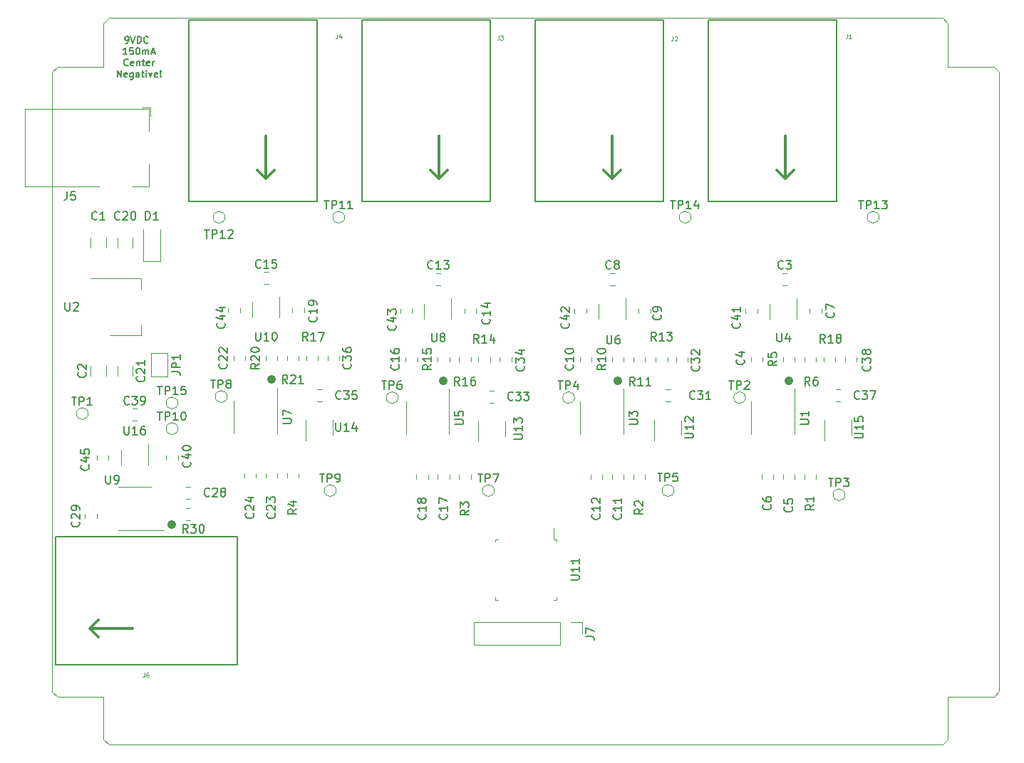
<source format=gbr>
%TF.GenerationSoftware,KiCad,Pcbnew,(5.1.6-0-10_14)*%
%TF.CreationDate,2020-09-25T11:35:30+01:00*%
%TF.ProjectId,DigitalMixerPedal,44696769-7461-46c4-9d69-786572506564,rev?*%
%TF.SameCoordinates,Original*%
%TF.FileFunction,Legend,Top*%
%TF.FilePolarity,Positive*%
%FSLAX46Y46*%
G04 Gerber Fmt 4.6, Leading zero omitted, Abs format (unit mm)*
G04 Created by KiCad (PCBNEW (5.1.6-0-10_14)) date 2020-09-25 11:35:30*
%MOMM*%
%LPD*%
G01*
G04 APERTURE LIST*
%ADD10C,0.300000*%
%ADD11C,0.150000*%
%ADD12C,1.000000*%
%TA.AperFunction,Profile*%
%ADD13C,0.050000*%
%TD*%
%ADD14C,0.120000*%
%ADD15C,0.125000*%
G04 APERTURE END LIST*
D10*
X46609000Y-127127000D02*
X51689000Y-127127000D01*
X46609000Y-127127000D02*
X47625000Y-126111000D01*
X46609000Y-127127000D02*
X47625000Y-128143000D01*
X67564000Y-73660000D02*
X67564000Y-68580000D01*
X67564000Y-73660000D02*
X66548000Y-72644000D01*
X67564000Y-73660000D02*
X68580000Y-72644000D01*
X88138000Y-73660000D02*
X88138000Y-68580000D01*
X88138000Y-73660000D02*
X87122000Y-72644000D01*
X88138000Y-73660000D02*
X89154000Y-72644000D01*
X108712000Y-73660000D02*
X108712000Y-68580000D01*
X108712000Y-73660000D02*
X107696000Y-72644000D01*
X108712000Y-73660000D02*
X109728000Y-72644000D01*
D11*
X50851000Y-57518904D02*
X51003380Y-57518904D01*
X51079571Y-57480809D01*
X51117666Y-57442714D01*
X51193857Y-57328428D01*
X51231952Y-57176047D01*
X51231952Y-56871285D01*
X51193857Y-56795095D01*
X51155761Y-56757000D01*
X51079571Y-56718904D01*
X50927190Y-56718904D01*
X50851000Y-56757000D01*
X50812904Y-56795095D01*
X50774809Y-56871285D01*
X50774809Y-57061761D01*
X50812904Y-57137952D01*
X50851000Y-57176047D01*
X50927190Y-57214142D01*
X51079571Y-57214142D01*
X51155761Y-57176047D01*
X51193857Y-57137952D01*
X51231952Y-57061761D01*
X51460523Y-56718904D02*
X51727190Y-57518904D01*
X51993857Y-56718904D01*
X52260523Y-57518904D02*
X52260523Y-56718904D01*
X52451000Y-56718904D01*
X52565285Y-56757000D01*
X52641476Y-56833190D01*
X52679571Y-56909380D01*
X52717666Y-57061761D01*
X52717666Y-57176047D01*
X52679571Y-57328428D01*
X52641476Y-57404619D01*
X52565285Y-57480809D01*
X52451000Y-57518904D01*
X52260523Y-57518904D01*
X53517666Y-57442714D02*
X53479571Y-57480809D01*
X53365285Y-57518904D01*
X53289095Y-57518904D01*
X53174809Y-57480809D01*
X53098619Y-57404619D01*
X53060523Y-57328428D01*
X53022428Y-57176047D01*
X53022428Y-57061761D01*
X53060523Y-56909380D01*
X53098619Y-56833190D01*
X53174809Y-56757000D01*
X53289095Y-56718904D01*
X53365285Y-56718904D01*
X53479571Y-56757000D01*
X53517666Y-56795095D01*
X51041476Y-58868904D02*
X50584333Y-58868904D01*
X50812904Y-58868904D02*
X50812904Y-58068904D01*
X50736714Y-58183190D01*
X50660523Y-58259380D01*
X50584333Y-58297476D01*
X51765285Y-58068904D02*
X51384333Y-58068904D01*
X51346238Y-58449857D01*
X51384333Y-58411761D01*
X51460523Y-58373666D01*
X51651000Y-58373666D01*
X51727190Y-58411761D01*
X51765285Y-58449857D01*
X51803380Y-58526047D01*
X51803380Y-58716523D01*
X51765285Y-58792714D01*
X51727190Y-58830809D01*
X51651000Y-58868904D01*
X51460523Y-58868904D01*
X51384333Y-58830809D01*
X51346238Y-58792714D01*
X52298619Y-58068904D02*
X52374809Y-58068904D01*
X52451000Y-58107000D01*
X52489095Y-58145095D01*
X52527190Y-58221285D01*
X52565285Y-58373666D01*
X52565285Y-58564142D01*
X52527190Y-58716523D01*
X52489095Y-58792714D01*
X52451000Y-58830809D01*
X52374809Y-58868904D01*
X52298619Y-58868904D01*
X52222428Y-58830809D01*
X52184333Y-58792714D01*
X52146238Y-58716523D01*
X52108142Y-58564142D01*
X52108142Y-58373666D01*
X52146238Y-58221285D01*
X52184333Y-58145095D01*
X52222428Y-58107000D01*
X52298619Y-58068904D01*
X52908142Y-58868904D02*
X52908142Y-58335571D01*
X52908142Y-58411761D02*
X52946238Y-58373666D01*
X53022428Y-58335571D01*
X53136714Y-58335571D01*
X53212904Y-58373666D01*
X53251000Y-58449857D01*
X53251000Y-58868904D01*
X53251000Y-58449857D02*
X53289095Y-58373666D01*
X53365285Y-58335571D01*
X53479571Y-58335571D01*
X53555761Y-58373666D01*
X53593857Y-58449857D01*
X53593857Y-58868904D01*
X53936714Y-58640333D02*
X54317666Y-58640333D01*
X53860523Y-58868904D02*
X54127190Y-58068904D01*
X54393857Y-58868904D01*
X51174809Y-60142714D02*
X51136714Y-60180809D01*
X51022428Y-60218904D01*
X50946238Y-60218904D01*
X50831952Y-60180809D01*
X50755761Y-60104619D01*
X50717666Y-60028428D01*
X50679571Y-59876047D01*
X50679571Y-59761761D01*
X50717666Y-59609380D01*
X50755761Y-59533190D01*
X50831952Y-59457000D01*
X50946238Y-59418904D01*
X51022428Y-59418904D01*
X51136714Y-59457000D01*
X51174809Y-59495095D01*
X51822428Y-60180809D02*
X51746238Y-60218904D01*
X51593857Y-60218904D01*
X51517666Y-60180809D01*
X51479571Y-60104619D01*
X51479571Y-59799857D01*
X51517666Y-59723666D01*
X51593857Y-59685571D01*
X51746238Y-59685571D01*
X51822428Y-59723666D01*
X51860523Y-59799857D01*
X51860523Y-59876047D01*
X51479571Y-59952238D01*
X52203380Y-59685571D02*
X52203380Y-60218904D01*
X52203380Y-59761761D02*
X52241476Y-59723666D01*
X52317666Y-59685571D01*
X52431952Y-59685571D01*
X52508142Y-59723666D01*
X52546238Y-59799857D01*
X52546238Y-60218904D01*
X52812904Y-59685571D02*
X53117666Y-59685571D01*
X52927190Y-59418904D02*
X52927190Y-60104619D01*
X52965285Y-60180809D01*
X53041476Y-60218904D01*
X53117666Y-60218904D01*
X53689095Y-60180809D02*
X53612904Y-60218904D01*
X53460523Y-60218904D01*
X53384333Y-60180809D01*
X53346238Y-60104619D01*
X53346238Y-59799857D01*
X53384333Y-59723666D01*
X53460523Y-59685571D01*
X53612904Y-59685571D01*
X53689095Y-59723666D01*
X53727190Y-59799857D01*
X53727190Y-59876047D01*
X53346238Y-59952238D01*
X54070047Y-60218904D02*
X54070047Y-59685571D01*
X54070047Y-59837952D02*
X54108142Y-59761761D01*
X54146238Y-59723666D01*
X54222428Y-59685571D01*
X54298619Y-59685571D01*
X49898619Y-61568904D02*
X49898619Y-60768904D01*
X50355761Y-61568904D01*
X50355761Y-60768904D01*
X51041476Y-61530809D02*
X50965285Y-61568904D01*
X50812904Y-61568904D01*
X50736714Y-61530809D01*
X50698619Y-61454619D01*
X50698619Y-61149857D01*
X50736714Y-61073666D01*
X50812904Y-61035571D01*
X50965285Y-61035571D01*
X51041476Y-61073666D01*
X51079571Y-61149857D01*
X51079571Y-61226047D01*
X50698619Y-61302238D01*
X51765285Y-61035571D02*
X51765285Y-61683190D01*
X51727190Y-61759380D01*
X51689095Y-61797476D01*
X51612904Y-61835571D01*
X51498619Y-61835571D01*
X51422428Y-61797476D01*
X51765285Y-61530809D02*
X51689095Y-61568904D01*
X51536714Y-61568904D01*
X51460523Y-61530809D01*
X51422428Y-61492714D01*
X51384333Y-61416523D01*
X51384333Y-61187952D01*
X51422428Y-61111761D01*
X51460523Y-61073666D01*
X51536714Y-61035571D01*
X51689095Y-61035571D01*
X51765285Y-61073666D01*
X52489095Y-61568904D02*
X52489095Y-61149857D01*
X52451000Y-61073666D01*
X52374809Y-61035571D01*
X52222428Y-61035571D01*
X52146238Y-61073666D01*
X52489095Y-61530809D02*
X52412904Y-61568904D01*
X52222428Y-61568904D01*
X52146238Y-61530809D01*
X52108142Y-61454619D01*
X52108142Y-61378428D01*
X52146238Y-61302238D01*
X52222428Y-61264142D01*
X52412904Y-61264142D01*
X52489095Y-61226047D01*
X52755761Y-61035571D02*
X53060523Y-61035571D01*
X52870047Y-60768904D02*
X52870047Y-61454619D01*
X52908142Y-61530809D01*
X52984333Y-61568904D01*
X53060523Y-61568904D01*
X53327190Y-61568904D02*
X53327190Y-61035571D01*
X53327190Y-60768904D02*
X53289095Y-60807000D01*
X53327190Y-60845095D01*
X53365285Y-60807000D01*
X53327190Y-60768904D01*
X53327190Y-60845095D01*
X53631952Y-61035571D02*
X53822428Y-61568904D01*
X54012904Y-61035571D01*
X54622428Y-61530809D02*
X54546238Y-61568904D01*
X54393857Y-61568904D01*
X54317666Y-61530809D01*
X54279571Y-61454619D01*
X54279571Y-61149857D01*
X54317666Y-61073666D01*
X54393857Y-61035571D01*
X54546238Y-61035571D01*
X54622428Y-61073666D01*
X54660523Y-61149857D01*
X54660523Y-61226047D01*
X54279571Y-61302238D01*
X55003380Y-61492714D02*
X55041476Y-61530809D01*
X55003380Y-61568904D01*
X54965285Y-61530809D01*
X55003380Y-61492714D01*
X55003380Y-61568904D01*
X55003380Y-61264142D02*
X54965285Y-60807000D01*
X55003380Y-60768904D01*
X55041476Y-60807000D01*
X55003380Y-61264142D01*
X55003380Y-60768904D01*
D12*
X56388000Y-114808000D02*
G75*
G03*
X56388000Y-114808000I0J0D01*
G01*
X129667000Y-97663000D02*
G75*
G03*
X129667000Y-97663000I0J0D01*
G01*
X109347000Y-97663000D02*
G75*
G03*
X109347000Y-97663000I0J0D01*
G01*
X68199000Y-97536000D02*
G75*
G03*
X68199000Y-97536000I0J0D01*
G01*
X88646000Y-97663000D02*
G75*
G03*
X88646000Y-97663000I0J0D01*
G01*
D10*
X129286000Y-73660000D02*
X128270000Y-72644000D01*
X129286000Y-73660000D02*
X129286000Y-68580000D01*
X129286000Y-73660000D02*
X130302000Y-72644000D01*
D13*
X148590000Y-140335000D02*
X147955000Y-140970000D01*
X148590000Y-135255000D02*
X148590000Y-140335000D01*
X154051000Y-135255000D02*
X148590000Y-135255000D01*
X154686000Y-134620000D02*
X154051000Y-135255000D01*
X154686000Y-60960000D02*
X154686000Y-134620000D01*
X154051000Y-60325000D02*
X154686000Y-60960000D01*
X148590000Y-60325000D02*
X154051000Y-60325000D01*
X148590000Y-55181500D02*
X148590000Y-60325000D01*
X147955000Y-54546500D02*
X148590000Y-55181500D01*
X48895000Y-54546500D02*
X147955000Y-54546500D01*
X48260000Y-55181500D02*
X48895000Y-54546500D01*
X48260000Y-60325000D02*
X48260000Y-55181500D01*
X42799000Y-60325000D02*
X48260000Y-60325000D01*
X42164000Y-60960000D02*
X42799000Y-60325000D01*
X42164000Y-134683500D02*
X42164000Y-60960000D01*
X42799000Y-135318500D02*
X42164000Y-134683500D01*
X48260000Y-135318500D02*
X42799000Y-135318500D01*
X48260000Y-140335000D02*
X48260000Y-135318500D01*
X48895000Y-140970000D02*
X48260000Y-140335000D01*
X147955000Y-140970000D02*
X48895000Y-140970000D01*
D14*
%TO.C,TP15*%
X57088000Y-100330000D02*
G75*
G03*
X57088000Y-100330000I-700000J0D01*
G01*
%TO.C,TP14*%
X118048000Y-78232000D02*
G75*
G03*
X118048000Y-78232000I-700000J0D01*
G01*
%TO.C,TP13*%
X140400000Y-78232000D02*
G75*
G03*
X140400000Y-78232000I-700000J0D01*
G01*
%TO.C,TP12*%
X62676000Y-78232000D02*
G75*
G03*
X62676000Y-78232000I-700000J0D01*
G01*
%TO.C,TP11*%
X76900000Y-78232000D02*
G75*
G03*
X76900000Y-78232000I-700000J0D01*
G01*
%TO.C,TP9*%
X75884000Y-110744000D02*
G75*
G03*
X75884000Y-110744000I-700000J0D01*
G01*
%TO.C,TP7*%
X94680000Y-110744000D02*
G75*
G03*
X94680000Y-110744000I-700000J0D01*
G01*
%TO.C,TP5*%
X116016000Y-110744000D02*
G75*
G03*
X116016000Y-110744000I-700000J0D01*
G01*
%TO.C,TP3*%
X136336000Y-111252000D02*
G75*
G03*
X136336000Y-111252000I-700000J0D01*
G01*
%TO.C,TP1*%
X46420000Y-101600000D02*
G75*
G03*
X46420000Y-101600000I-700000J0D01*
G01*
%TO.C,TP10*%
X57088000Y-103378000D02*
G75*
G03*
X57088000Y-103378000I-700000J0D01*
G01*
%TO.C,TP8*%
X62930000Y-99568000D02*
G75*
G03*
X62930000Y-99568000I-700000J0D01*
G01*
%TO.C,TP6*%
X83250000Y-99695000D02*
G75*
G03*
X83250000Y-99695000I-700000J0D01*
G01*
%TO.C,TP4*%
X104205000Y-99695000D02*
G75*
G03*
X104205000Y-99695000I-700000J0D01*
G01*
%TO.C,TP2*%
X124525000Y-99695000D02*
G75*
G03*
X124525000Y-99695000I-700000J0D01*
G01*
%TO.C,U14*%
X72304000Y-102319000D02*
X72304000Y-104769000D01*
X75524000Y-104119000D02*
X75524000Y-102319000D01*
%TO.C,U10*%
X69174000Y-90181000D02*
X69174000Y-87731000D01*
X65954000Y-88381000D02*
X65954000Y-90181000D01*
%TO.C,C19*%
X70664000Y-89019748D02*
X70664000Y-89542252D01*
X72084000Y-89019748D02*
X72084000Y-89542252D01*
%TO.C,C15*%
X67302748Y-86181000D02*
X67825252Y-86181000D01*
X67302748Y-84761000D02*
X67825252Y-84761000D01*
%TO.C,C44*%
X64464000Y-89019748D02*
X64464000Y-89542252D01*
X63044000Y-89019748D02*
X63044000Y-89542252D01*
%TO.C,C45*%
X48843000Y-106545748D02*
X48843000Y-107068252D01*
X47423000Y-106545748D02*
X47423000Y-107068252D01*
%TO.C,C43*%
X84911000Y-89146748D02*
X84911000Y-89669252D01*
X83491000Y-89146748D02*
X83491000Y-89669252D01*
%TO.C,C42*%
X105612000Y-89146748D02*
X105612000Y-89669252D01*
X104192000Y-89146748D02*
X104192000Y-89669252D01*
%TO.C,C41*%
X125932000Y-89146748D02*
X125932000Y-89669252D01*
X124512000Y-89146748D02*
X124512000Y-89669252D01*
%TO.C,U16*%
X53553000Y-107707000D02*
X53553000Y-105257000D01*
X50333000Y-105907000D02*
X50333000Y-107707000D01*
%TO.C,U15*%
X133899000Y-102351000D02*
X133899000Y-104801000D01*
X137119000Y-104151000D02*
X137119000Y-102351000D01*
%TO.C,U13*%
X92751000Y-102478000D02*
X92751000Y-104928000D01*
X95971000Y-104278000D02*
X95971000Y-102478000D01*
%TO.C,U12*%
X113706000Y-102351000D02*
X113706000Y-104801000D01*
X116926000Y-104151000D02*
X116926000Y-102351000D01*
%TO.C,U11*%
X101735000Y-116532000D02*
X101735000Y-115217000D01*
X102035000Y-116532000D02*
X101735000Y-116532000D01*
X102035000Y-116832000D02*
X102035000Y-116532000D01*
X102035000Y-123752000D02*
X101735000Y-123752000D01*
X102035000Y-123452000D02*
X102035000Y-123752000D01*
X94815000Y-116532000D02*
X95115000Y-116532000D01*
X94815000Y-116832000D02*
X94815000Y-116532000D01*
X94815000Y-123752000D02*
X95115000Y-123752000D01*
X94815000Y-123452000D02*
X94815000Y-123752000D01*
%TO.C,U8*%
X89557000Y-90362000D02*
X89557000Y-87912000D01*
X86337000Y-88562000D02*
X86337000Y-90362000D01*
%TO.C,U6*%
X110322000Y-90308000D02*
X110322000Y-87858000D01*
X107102000Y-88508000D02*
X107102000Y-90308000D01*
%TO.C,U4*%
X130642000Y-90308000D02*
X130642000Y-87858000D01*
X127422000Y-88508000D02*
X127422000Y-90308000D01*
%TO.C,U2*%
X46700000Y-85490000D02*
X52710000Y-85490000D01*
X48950000Y-92310000D02*
X52710000Y-92310000D01*
X52710000Y-85490000D02*
X52710000Y-86750000D01*
X52710000Y-92310000D02*
X52710000Y-91050000D01*
%TO.C,R18*%
X133783000Y-94861748D02*
X133783000Y-95384252D01*
X135203000Y-94861748D02*
X135203000Y-95384252D01*
%TO.C,R17*%
X72315000Y-94734748D02*
X72315000Y-95257252D01*
X73735000Y-94734748D02*
X73735000Y-95257252D01*
%TO.C,R14*%
X92762000Y-94861748D02*
X92762000Y-95384252D01*
X94182000Y-94861748D02*
X94182000Y-95384252D01*
%TO.C,R13*%
X113844000Y-94861748D02*
X113844000Y-95384252D01*
X115264000Y-94861748D02*
X115264000Y-95384252D01*
%TO.C,JP1*%
X55864000Y-94358000D02*
X55864000Y-97158000D01*
X55864000Y-97158000D02*
X53864000Y-97158000D01*
X53864000Y-97158000D02*
X53864000Y-94358000D01*
X53864000Y-94358000D02*
X55864000Y-94358000D01*
%TO.C,J7*%
X105089000Y-126432000D02*
X105089000Y-127762000D01*
X103759000Y-126432000D02*
X105089000Y-126432000D01*
X102489000Y-126432000D02*
X102489000Y-129092000D01*
X102489000Y-129092000D02*
X92269000Y-129092000D01*
X102489000Y-126432000D02*
X92269000Y-126432000D01*
X92269000Y-126432000D02*
X92269000Y-129092000D01*
%TO.C,C40*%
X55678000Y-106545748D02*
X55678000Y-107068252D01*
X57098000Y-106545748D02*
X57098000Y-107068252D01*
%TO.C,C39*%
X51681748Y-102437000D02*
X52204252Y-102437000D01*
X51681748Y-101017000D02*
X52204252Y-101017000D01*
%TO.C,C38*%
X136323000Y-94861748D02*
X136323000Y-95384252D01*
X137743000Y-94861748D02*
X137743000Y-95384252D01*
%TO.C,C37*%
X135247748Y-100151000D02*
X135770252Y-100151000D01*
X135247748Y-98731000D02*
X135770252Y-98731000D01*
%TO.C,C36*%
X74855000Y-94734748D02*
X74855000Y-95257252D01*
X76275000Y-94734748D02*
X76275000Y-95257252D01*
%TO.C,C35*%
X73652748Y-100151000D02*
X74175252Y-100151000D01*
X73652748Y-98731000D02*
X74175252Y-98731000D01*
%TO.C,C34*%
X95302000Y-94861748D02*
X95302000Y-95384252D01*
X96722000Y-94861748D02*
X96722000Y-95384252D01*
%TO.C,C33*%
X94099748Y-100278000D02*
X94622252Y-100278000D01*
X94099748Y-98858000D02*
X94622252Y-98858000D01*
%TO.C,C32*%
X116257000Y-94861748D02*
X116257000Y-95384252D01*
X117677000Y-94861748D02*
X117677000Y-95384252D01*
%TO.C,C31*%
X115054748Y-100151000D02*
X115577252Y-100151000D01*
X115054748Y-98731000D02*
X115577252Y-98731000D01*
%TO.C,C21*%
X49890000Y-95917936D02*
X49890000Y-97122064D01*
X51710000Y-95917936D02*
X51710000Y-97122064D01*
%TO.C,C20*%
X51710000Y-81882064D02*
X51710000Y-80677936D01*
X49890000Y-81882064D02*
X49890000Y-80677936D01*
%TO.C,C14*%
X91111000Y-89146748D02*
X91111000Y-89669252D01*
X92531000Y-89146748D02*
X92531000Y-89669252D01*
%TO.C,C13*%
X87749748Y-86308000D02*
X88272252Y-86308000D01*
X87749748Y-84888000D02*
X88272252Y-84888000D01*
%TO.C,C9*%
X111812000Y-89146748D02*
X111812000Y-89669252D01*
X113232000Y-89146748D02*
X113232000Y-89669252D01*
%TO.C,C8*%
X108450748Y-86308000D02*
X108973252Y-86308000D01*
X108450748Y-84888000D02*
X108973252Y-84888000D01*
%TO.C,C7*%
X132132000Y-89146748D02*
X132132000Y-89669252D01*
X133552000Y-89146748D02*
X133552000Y-89669252D01*
%TO.C,C3*%
X128897748Y-86308000D02*
X129420252Y-86308000D01*
X128897748Y-84888000D02*
X129420252Y-84888000D01*
%TO.C,R1*%
X132917000Y-109354252D02*
X132917000Y-108831748D01*
X131497000Y-109354252D02*
X131497000Y-108831748D01*
%TO.C,C29*%
X47446000Y-114053252D02*
X47446000Y-113530748D01*
X46026000Y-114053252D02*
X46026000Y-113530748D01*
%TO.C,C28*%
X58031748Y-111708000D02*
X58554252Y-111708000D01*
X58031748Y-110288000D02*
X58554252Y-110288000D01*
%TO.C,U9*%
X51943000Y-115463000D02*
X55393000Y-115463000D01*
X51943000Y-115463000D02*
X49993000Y-115463000D01*
X51943000Y-110343000D02*
X53893000Y-110343000D01*
X51943000Y-110343000D02*
X49993000Y-110343000D01*
%TO.C,U7*%
X68854000Y-101981000D02*
X68854000Y-98531000D01*
X68854000Y-101981000D02*
X68854000Y-103931000D01*
X63734000Y-101981000D02*
X63734000Y-100031000D01*
X63734000Y-101981000D02*
X63734000Y-103931000D01*
%TO.C,U5*%
X89301000Y-102108000D02*
X89301000Y-98658000D01*
X89301000Y-102108000D02*
X89301000Y-104058000D01*
X84181000Y-102108000D02*
X84181000Y-100158000D01*
X84181000Y-102108000D02*
X84181000Y-104058000D01*
%TO.C,U3*%
X110002000Y-102108000D02*
X110002000Y-98658000D01*
X110002000Y-102108000D02*
X110002000Y-104058000D01*
X104882000Y-102108000D02*
X104882000Y-100158000D01*
X104882000Y-102108000D02*
X104882000Y-104058000D01*
%TO.C,U1*%
X130322000Y-102108000D02*
X130322000Y-98658000D01*
X130322000Y-102108000D02*
X130322000Y-104058000D01*
X125202000Y-102108000D02*
X125202000Y-100158000D01*
X125202000Y-102108000D02*
X125202000Y-104058000D01*
%TO.C,R30*%
X58031748Y-114248000D02*
X58554252Y-114248000D01*
X58031748Y-112828000D02*
X58554252Y-112828000D01*
%TO.C,R21*%
X71449000Y-95257252D02*
X71449000Y-94734748D01*
X70029000Y-95257252D02*
X70029000Y-94734748D01*
%TO.C,R20*%
X67489000Y-94734748D02*
X67489000Y-95257252D01*
X68909000Y-94734748D02*
X68909000Y-95257252D01*
%TO.C,R16*%
X91896000Y-95384252D02*
X91896000Y-94861748D01*
X90476000Y-95384252D02*
X90476000Y-94861748D01*
%TO.C,R15*%
X87936000Y-94861748D02*
X87936000Y-95384252D01*
X89356000Y-94861748D02*
X89356000Y-95384252D01*
%TO.C,R11*%
X112597000Y-95384252D02*
X112597000Y-94861748D01*
X111177000Y-95384252D02*
X111177000Y-94861748D01*
%TO.C,R10*%
X108637000Y-94861748D02*
X108637000Y-95384252D01*
X110057000Y-94861748D02*
X110057000Y-95384252D01*
%TO.C,R6*%
X132917000Y-95384252D02*
X132917000Y-94861748D01*
X131497000Y-95384252D02*
X131497000Y-94861748D01*
%TO.C,R5*%
X128957000Y-94861748D02*
X128957000Y-95384252D01*
X130377000Y-94861748D02*
X130377000Y-95384252D01*
%TO.C,R4*%
X71449000Y-109227252D02*
X71449000Y-108704748D01*
X70029000Y-109227252D02*
X70029000Y-108704748D01*
%TO.C,R3*%
X91896000Y-109354252D02*
X91896000Y-108831748D01*
X90476000Y-109354252D02*
X90476000Y-108831748D01*
%TO.C,R2*%
X112597000Y-109354252D02*
X112597000Y-108831748D01*
X111177000Y-109354252D02*
X111177000Y-108831748D01*
%TO.C,D1*%
X52975000Y-83480000D02*
X52975000Y-79630000D01*
X54975000Y-83480000D02*
X54975000Y-79630000D01*
X52975000Y-83480000D02*
X54975000Y-83480000D01*
%TO.C,C24*%
X66369000Y-109227252D02*
X66369000Y-108704748D01*
X64949000Y-109227252D02*
X64949000Y-108704748D01*
%TO.C,C23*%
X67489000Y-108704748D02*
X67489000Y-109227252D01*
X68909000Y-108704748D02*
X68909000Y-109227252D01*
%TO.C,C22*%
X65099000Y-95257252D02*
X65099000Y-94734748D01*
X63679000Y-95257252D02*
X63679000Y-94734748D01*
%TO.C,C18*%
X86816000Y-109354252D02*
X86816000Y-108831748D01*
X85396000Y-109354252D02*
X85396000Y-108831748D01*
%TO.C,C17*%
X87936000Y-108831748D02*
X87936000Y-109354252D01*
X89356000Y-108831748D02*
X89356000Y-109354252D01*
%TO.C,C16*%
X85546000Y-95384252D02*
X85546000Y-94861748D01*
X84126000Y-95384252D02*
X84126000Y-94861748D01*
%TO.C,C12*%
X107517000Y-109354252D02*
X107517000Y-108831748D01*
X106097000Y-109354252D02*
X106097000Y-108831748D01*
%TO.C,C11*%
X108637000Y-108831748D02*
X108637000Y-109354252D01*
X110057000Y-108831748D02*
X110057000Y-109354252D01*
%TO.C,C10*%
X106247000Y-95384252D02*
X106247000Y-94861748D01*
X104827000Y-95384252D02*
X104827000Y-94861748D01*
%TO.C,C6*%
X127837000Y-109354252D02*
X127837000Y-108831748D01*
X126417000Y-109354252D02*
X126417000Y-108831748D01*
%TO.C,C5*%
X128957000Y-108831748D02*
X128957000Y-109354252D01*
X130377000Y-108831748D02*
X130377000Y-109354252D01*
%TO.C,C4*%
X126567000Y-95384252D02*
X126567000Y-94861748D01*
X125147000Y-95384252D02*
X125147000Y-94861748D01*
%TO.C,C2*%
X46715000Y-95917936D02*
X46715000Y-97122064D01*
X48535000Y-95917936D02*
X48535000Y-97122064D01*
%TO.C,C1*%
X48535000Y-81882064D02*
X48535000Y-80677936D01*
X46715000Y-81882064D02*
X46715000Y-80677936D01*
D11*
%TO.C,J4*%
X73660000Y-54737000D02*
X58420000Y-54737000D01*
X58420000Y-54737000D02*
X58420000Y-76327000D01*
X58420000Y-76327000D02*
X73660000Y-76327000D01*
X73660000Y-76327000D02*
X73660000Y-54737000D01*
%TO.C,J3*%
X94234000Y-54737000D02*
X78994000Y-54737000D01*
X78994000Y-54737000D02*
X78994000Y-76327000D01*
X78994000Y-76327000D02*
X94234000Y-76327000D01*
X94234000Y-76327000D02*
X94234000Y-54737000D01*
%TO.C,J2*%
X114808000Y-54737000D02*
X99568000Y-54737000D01*
X99568000Y-54737000D02*
X99568000Y-76327000D01*
X99568000Y-76327000D02*
X114808000Y-76327000D01*
X114808000Y-76327000D02*
X114808000Y-54737000D01*
%TO.C,J1*%
X135382000Y-54737000D02*
X120142000Y-54737000D01*
X120142000Y-54737000D02*
X120142000Y-76327000D01*
X120142000Y-76327000D02*
X135382000Y-76327000D01*
X135382000Y-76327000D02*
X135382000Y-54737000D01*
%TO.C,J6*%
X42545000Y-116205000D02*
X42545000Y-131445000D01*
X42545000Y-131445000D02*
X64135000Y-131445000D01*
X64135000Y-131445000D02*
X64135000Y-116205000D01*
X64135000Y-116205000D02*
X42545000Y-116205000D01*
D14*
%TO.C,J5*%
X53605000Y-65377000D02*
X53605000Y-67977000D01*
X38905000Y-65377000D02*
X53605000Y-65377000D01*
X53605000Y-74577000D02*
X51705000Y-74577000D01*
X53605000Y-71877000D02*
X53605000Y-74577000D01*
X38905000Y-74577000D02*
X38905000Y-65377000D01*
X47705000Y-74577000D02*
X38905000Y-74577000D01*
X52755000Y-65177000D02*
X53805000Y-65177000D01*
X53805000Y-66227000D02*
X53805000Y-65177000D01*
%TD*%
%TO.C,TP15*%
D11*
X54649904Y-98334380D02*
X55221333Y-98334380D01*
X54935619Y-99334380D02*
X54935619Y-98334380D01*
X55554666Y-99334380D02*
X55554666Y-98334380D01*
X55935619Y-98334380D01*
X56030857Y-98382000D01*
X56078476Y-98429619D01*
X56126095Y-98524857D01*
X56126095Y-98667714D01*
X56078476Y-98762952D01*
X56030857Y-98810571D01*
X55935619Y-98858190D01*
X55554666Y-98858190D01*
X57078476Y-99334380D02*
X56507047Y-99334380D01*
X56792761Y-99334380D02*
X56792761Y-98334380D01*
X56697523Y-98477238D01*
X56602285Y-98572476D01*
X56507047Y-98620095D01*
X57983238Y-98334380D02*
X57507047Y-98334380D01*
X57459428Y-98810571D01*
X57507047Y-98762952D01*
X57602285Y-98715333D01*
X57840380Y-98715333D01*
X57935619Y-98762952D01*
X57983238Y-98810571D01*
X58030857Y-98905809D01*
X58030857Y-99143904D01*
X57983238Y-99239142D01*
X57935619Y-99286761D01*
X57840380Y-99334380D01*
X57602285Y-99334380D01*
X57507047Y-99286761D01*
X57459428Y-99239142D01*
%TO.C,TP14*%
X115609904Y-76236380D02*
X116181333Y-76236380D01*
X115895619Y-77236380D02*
X115895619Y-76236380D01*
X116514666Y-77236380D02*
X116514666Y-76236380D01*
X116895619Y-76236380D01*
X116990857Y-76284000D01*
X117038476Y-76331619D01*
X117086095Y-76426857D01*
X117086095Y-76569714D01*
X117038476Y-76664952D01*
X116990857Y-76712571D01*
X116895619Y-76760190D01*
X116514666Y-76760190D01*
X118038476Y-77236380D02*
X117467047Y-77236380D01*
X117752761Y-77236380D02*
X117752761Y-76236380D01*
X117657523Y-76379238D01*
X117562285Y-76474476D01*
X117467047Y-76522095D01*
X118895619Y-76569714D02*
X118895619Y-77236380D01*
X118657523Y-76188761D02*
X118419428Y-76903047D01*
X119038476Y-76903047D01*
%TO.C,TP13*%
X137961904Y-76236380D02*
X138533333Y-76236380D01*
X138247619Y-77236380D02*
X138247619Y-76236380D01*
X138866666Y-77236380D02*
X138866666Y-76236380D01*
X139247619Y-76236380D01*
X139342857Y-76284000D01*
X139390476Y-76331619D01*
X139438095Y-76426857D01*
X139438095Y-76569714D01*
X139390476Y-76664952D01*
X139342857Y-76712571D01*
X139247619Y-76760190D01*
X138866666Y-76760190D01*
X140390476Y-77236380D02*
X139819047Y-77236380D01*
X140104761Y-77236380D02*
X140104761Y-76236380D01*
X140009523Y-76379238D01*
X139914285Y-76474476D01*
X139819047Y-76522095D01*
X140723809Y-76236380D02*
X141342857Y-76236380D01*
X141009523Y-76617333D01*
X141152380Y-76617333D01*
X141247619Y-76664952D01*
X141295238Y-76712571D01*
X141342857Y-76807809D01*
X141342857Y-77045904D01*
X141295238Y-77141142D01*
X141247619Y-77188761D01*
X141152380Y-77236380D01*
X140866666Y-77236380D01*
X140771428Y-77188761D01*
X140723809Y-77141142D01*
%TO.C,TP12*%
X60237904Y-79716380D02*
X60809333Y-79716380D01*
X60523619Y-80716380D02*
X60523619Y-79716380D01*
X61142666Y-80716380D02*
X61142666Y-79716380D01*
X61523619Y-79716380D01*
X61618857Y-79764000D01*
X61666476Y-79811619D01*
X61714095Y-79906857D01*
X61714095Y-80049714D01*
X61666476Y-80144952D01*
X61618857Y-80192571D01*
X61523619Y-80240190D01*
X61142666Y-80240190D01*
X62666476Y-80716380D02*
X62095047Y-80716380D01*
X62380761Y-80716380D02*
X62380761Y-79716380D01*
X62285523Y-79859238D01*
X62190285Y-79954476D01*
X62095047Y-80002095D01*
X63047428Y-79811619D02*
X63095047Y-79764000D01*
X63190285Y-79716380D01*
X63428380Y-79716380D01*
X63523619Y-79764000D01*
X63571238Y-79811619D01*
X63618857Y-79906857D01*
X63618857Y-80002095D01*
X63571238Y-80144952D01*
X62999809Y-80716380D01*
X63618857Y-80716380D01*
%TO.C,TP11*%
X74461904Y-76236380D02*
X75033333Y-76236380D01*
X74747619Y-77236380D02*
X74747619Y-76236380D01*
X75366666Y-77236380D02*
X75366666Y-76236380D01*
X75747619Y-76236380D01*
X75842857Y-76284000D01*
X75890476Y-76331619D01*
X75938095Y-76426857D01*
X75938095Y-76569714D01*
X75890476Y-76664952D01*
X75842857Y-76712571D01*
X75747619Y-76760190D01*
X75366666Y-76760190D01*
X76890476Y-77236380D02*
X76319047Y-77236380D01*
X76604761Y-77236380D02*
X76604761Y-76236380D01*
X76509523Y-76379238D01*
X76414285Y-76474476D01*
X76319047Y-76522095D01*
X77842857Y-77236380D02*
X77271428Y-77236380D01*
X77557142Y-77236380D02*
X77557142Y-76236380D01*
X77461904Y-76379238D01*
X77366666Y-76474476D01*
X77271428Y-76522095D01*
%TO.C,TP9*%
X73922095Y-108748380D02*
X74493523Y-108748380D01*
X74207809Y-109748380D02*
X74207809Y-108748380D01*
X74826857Y-109748380D02*
X74826857Y-108748380D01*
X75207809Y-108748380D01*
X75303047Y-108796000D01*
X75350666Y-108843619D01*
X75398285Y-108938857D01*
X75398285Y-109081714D01*
X75350666Y-109176952D01*
X75303047Y-109224571D01*
X75207809Y-109272190D01*
X74826857Y-109272190D01*
X75874476Y-109748380D02*
X76064952Y-109748380D01*
X76160190Y-109700761D01*
X76207809Y-109653142D01*
X76303047Y-109510285D01*
X76350666Y-109319809D01*
X76350666Y-108938857D01*
X76303047Y-108843619D01*
X76255428Y-108796000D01*
X76160190Y-108748380D01*
X75969714Y-108748380D01*
X75874476Y-108796000D01*
X75826857Y-108843619D01*
X75779238Y-108938857D01*
X75779238Y-109176952D01*
X75826857Y-109272190D01*
X75874476Y-109319809D01*
X75969714Y-109367428D01*
X76160190Y-109367428D01*
X76255428Y-109319809D01*
X76303047Y-109272190D01*
X76350666Y-109176952D01*
%TO.C,TP7*%
X92718095Y-108748380D02*
X93289523Y-108748380D01*
X93003809Y-109748380D02*
X93003809Y-108748380D01*
X93622857Y-109748380D02*
X93622857Y-108748380D01*
X94003809Y-108748380D01*
X94099047Y-108796000D01*
X94146666Y-108843619D01*
X94194285Y-108938857D01*
X94194285Y-109081714D01*
X94146666Y-109176952D01*
X94099047Y-109224571D01*
X94003809Y-109272190D01*
X93622857Y-109272190D01*
X94527619Y-108748380D02*
X95194285Y-108748380D01*
X94765714Y-109748380D01*
%TO.C,TP5*%
X114054095Y-108670380D02*
X114625523Y-108670380D01*
X114339809Y-109670380D02*
X114339809Y-108670380D01*
X114958857Y-109670380D02*
X114958857Y-108670380D01*
X115339809Y-108670380D01*
X115435047Y-108718000D01*
X115482666Y-108765619D01*
X115530285Y-108860857D01*
X115530285Y-109003714D01*
X115482666Y-109098952D01*
X115435047Y-109146571D01*
X115339809Y-109194190D01*
X114958857Y-109194190D01*
X116435047Y-108670380D02*
X115958857Y-108670380D01*
X115911238Y-109146571D01*
X115958857Y-109098952D01*
X116054095Y-109051333D01*
X116292190Y-109051333D01*
X116387428Y-109098952D01*
X116435047Y-109146571D01*
X116482666Y-109241809D01*
X116482666Y-109479904D01*
X116435047Y-109575142D01*
X116387428Y-109622761D01*
X116292190Y-109670380D01*
X116054095Y-109670380D01*
X115958857Y-109622761D01*
X115911238Y-109575142D01*
%TO.C,TP3*%
X134374095Y-109256380D02*
X134945523Y-109256380D01*
X134659809Y-110256380D02*
X134659809Y-109256380D01*
X135278857Y-110256380D02*
X135278857Y-109256380D01*
X135659809Y-109256380D01*
X135755047Y-109304000D01*
X135802666Y-109351619D01*
X135850285Y-109446857D01*
X135850285Y-109589714D01*
X135802666Y-109684952D01*
X135755047Y-109732571D01*
X135659809Y-109780190D01*
X135278857Y-109780190D01*
X136183619Y-109256380D02*
X136802666Y-109256380D01*
X136469333Y-109637333D01*
X136612190Y-109637333D01*
X136707428Y-109684952D01*
X136755047Y-109732571D01*
X136802666Y-109827809D01*
X136802666Y-110065904D01*
X136755047Y-110161142D01*
X136707428Y-110208761D01*
X136612190Y-110256380D01*
X136326476Y-110256380D01*
X136231238Y-110208761D01*
X136183619Y-110161142D01*
%TO.C,TP1*%
X44458095Y-99604380D02*
X45029523Y-99604380D01*
X44743809Y-100604380D02*
X44743809Y-99604380D01*
X45362857Y-100604380D02*
X45362857Y-99604380D01*
X45743809Y-99604380D01*
X45839047Y-99652000D01*
X45886666Y-99699619D01*
X45934285Y-99794857D01*
X45934285Y-99937714D01*
X45886666Y-100032952D01*
X45839047Y-100080571D01*
X45743809Y-100128190D01*
X45362857Y-100128190D01*
X46886666Y-100604380D02*
X46315238Y-100604380D01*
X46600952Y-100604380D02*
X46600952Y-99604380D01*
X46505714Y-99747238D01*
X46410476Y-99842476D01*
X46315238Y-99890095D01*
%TO.C,TP10*%
X54649904Y-101382380D02*
X55221333Y-101382380D01*
X54935619Y-102382380D02*
X54935619Y-101382380D01*
X55554666Y-102382380D02*
X55554666Y-101382380D01*
X55935619Y-101382380D01*
X56030857Y-101430000D01*
X56078476Y-101477619D01*
X56126095Y-101572857D01*
X56126095Y-101715714D01*
X56078476Y-101810952D01*
X56030857Y-101858571D01*
X55935619Y-101906190D01*
X55554666Y-101906190D01*
X57078476Y-102382380D02*
X56507047Y-102382380D01*
X56792761Y-102382380D02*
X56792761Y-101382380D01*
X56697523Y-101525238D01*
X56602285Y-101620476D01*
X56507047Y-101668095D01*
X57697523Y-101382380D02*
X57792761Y-101382380D01*
X57888000Y-101430000D01*
X57935619Y-101477619D01*
X57983238Y-101572857D01*
X58030857Y-101763333D01*
X58030857Y-102001428D01*
X57983238Y-102191904D01*
X57935619Y-102287142D01*
X57888000Y-102334761D01*
X57792761Y-102382380D01*
X57697523Y-102382380D01*
X57602285Y-102334761D01*
X57554666Y-102287142D01*
X57507047Y-102191904D01*
X57459428Y-102001428D01*
X57459428Y-101763333D01*
X57507047Y-101572857D01*
X57554666Y-101477619D01*
X57602285Y-101430000D01*
X57697523Y-101382380D01*
%TO.C,TP8*%
X60968095Y-97572380D02*
X61539523Y-97572380D01*
X61253809Y-98572380D02*
X61253809Y-97572380D01*
X61872857Y-98572380D02*
X61872857Y-97572380D01*
X62253809Y-97572380D01*
X62349047Y-97620000D01*
X62396666Y-97667619D01*
X62444285Y-97762857D01*
X62444285Y-97905714D01*
X62396666Y-98000952D01*
X62349047Y-98048571D01*
X62253809Y-98096190D01*
X61872857Y-98096190D01*
X63015714Y-98000952D02*
X62920476Y-97953333D01*
X62872857Y-97905714D01*
X62825238Y-97810476D01*
X62825238Y-97762857D01*
X62872857Y-97667619D01*
X62920476Y-97620000D01*
X63015714Y-97572380D01*
X63206190Y-97572380D01*
X63301428Y-97620000D01*
X63349047Y-97667619D01*
X63396666Y-97762857D01*
X63396666Y-97810476D01*
X63349047Y-97905714D01*
X63301428Y-97953333D01*
X63206190Y-98000952D01*
X63015714Y-98000952D01*
X62920476Y-98048571D01*
X62872857Y-98096190D01*
X62825238Y-98191428D01*
X62825238Y-98381904D01*
X62872857Y-98477142D01*
X62920476Y-98524761D01*
X63015714Y-98572380D01*
X63206190Y-98572380D01*
X63301428Y-98524761D01*
X63349047Y-98477142D01*
X63396666Y-98381904D01*
X63396666Y-98191428D01*
X63349047Y-98096190D01*
X63301428Y-98048571D01*
X63206190Y-98000952D01*
%TO.C,TP6*%
X81288095Y-97699380D02*
X81859523Y-97699380D01*
X81573809Y-98699380D02*
X81573809Y-97699380D01*
X82192857Y-98699380D02*
X82192857Y-97699380D01*
X82573809Y-97699380D01*
X82669047Y-97747000D01*
X82716666Y-97794619D01*
X82764285Y-97889857D01*
X82764285Y-98032714D01*
X82716666Y-98127952D01*
X82669047Y-98175571D01*
X82573809Y-98223190D01*
X82192857Y-98223190D01*
X83621428Y-97699380D02*
X83430952Y-97699380D01*
X83335714Y-97747000D01*
X83288095Y-97794619D01*
X83192857Y-97937476D01*
X83145238Y-98127952D01*
X83145238Y-98508904D01*
X83192857Y-98604142D01*
X83240476Y-98651761D01*
X83335714Y-98699380D01*
X83526190Y-98699380D01*
X83621428Y-98651761D01*
X83669047Y-98604142D01*
X83716666Y-98508904D01*
X83716666Y-98270809D01*
X83669047Y-98175571D01*
X83621428Y-98127952D01*
X83526190Y-98080333D01*
X83335714Y-98080333D01*
X83240476Y-98127952D01*
X83192857Y-98175571D01*
X83145238Y-98270809D01*
%TO.C,TP4*%
X102243095Y-97699380D02*
X102814523Y-97699380D01*
X102528809Y-98699380D02*
X102528809Y-97699380D01*
X103147857Y-98699380D02*
X103147857Y-97699380D01*
X103528809Y-97699380D01*
X103624047Y-97747000D01*
X103671666Y-97794619D01*
X103719285Y-97889857D01*
X103719285Y-98032714D01*
X103671666Y-98127952D01*
X103624047Y-98175571D01*
X103528809Y-98223190D01*
X103147857Y-98223190D01*
X104576428Y-98032714D02*
X104576428Y-98699380D01*
X104338333Y-97651761D02*
X104100238Y-98366047D01*
X104719285Y-98366047D01*
%TO.C,TP2*%
X122563095Y-97699380D02*
X123134523Y-97699380D01*
X122848809Y-98699380D02*
X122848809Y-97699380D01*
X123467857Y-98699380D02*
X123467857Y-97699380D01*
X123848809Y-97699380D01*
X123944047Y-97747000D01*
X123991666Y-97794619D01*
X124039285Y-97889857D01*
X124039285Y-98032714D01*
X123991666Y-98127952D01*
X123944047Y-98175571D01*
X123848809Y-98223190D01*
X123467857Y-98223190D01*
X124420238Y-97794619D02*
X124467857Y-97747000D01*
X124563095Y-97699380D01*
X124801190Y-97699380D01*
X124896428Y-97747000D01*
X124944047Y-97794619D01*
X124991666Y-97889857D01*
X124991666Y-97985095D01*
X124944047Y-98127952D01*
X124372619Y-98699380D01*
X124991666Y-98699380D01*
%TO.C,U14*%
X75850904Y-102671380D02*
X75850904Y-103480904D01*
X75898523Y-103576142D01*
X75946142Y-103623761D01*
X76041380Y-103671380D01*
X76231857Y-103671380D01*
X76327095Y-103623761D01*
X76374714Y-103576142D01*
X76422333Y-103480904D01*
X76422333Y-102671380D01*
X77422333Y-103671380D02*
X76850904Y-103671380D01*
X77136619Y-103671380D02*
X77136619Y-102671380D01*
X77041380Y-102814238D01*
X76946142Y-102909476D01*
X76850904Y-102957095D01*
X78279476Y-103004714D02*
X78279476Y-103671380D01*
X78041380Y-102623761D02*
X77803285Y-103338047D01*
X78422333Y-103338047D01*
%TO.C,U10*%
X66325904Y-91908380D02*
X66325904Y-92717904D01*
X66373523Y-92813142D01*
X66421142Y-92860761D01*
X66516380Y-92908380D01*
X66706857Y-92908380D01*
X66802095Y-92860761D01*
X66849714Y-92813142D01*
X66897333Y-92717904D01*
X66897333Y-91908380D01*
X67897333Y-92908380D02*
X67325904Y-92908380D01*
X67611619Y-92908380D02*
X67611619Y-91908380D01*
X67516380Y-92051238D01*
X67421142Y-92146476D01*
X67325904Y-92194095D01*
X68516380Y-91908380D02*
X68611619Y-91908380D01*
X68706857Y-91956000D01*
X68754476Y-92003619D01*
X68802095Y-92098857D01*
X68849714Y-92289333D01*
X68849714Y-92527428D01*
X68802095Y-92717904D01*
X68754476Y-92813142D01*
X68706857Y-92860761D01*
X68611619Y-92908380D01*
X68516380Y-92908380D01*
X68421142Y-92860761D01*
X68373523Y-92813142D01*
X68325904Y-92717904D01*
X68278285Y-92527428D01*
X68278285Y-92289333D01*
X68325904Y-92098857D01*
X68373523Y-92003619D01*
X68421142Y-91956000D01*
X68516380Y-91908380D01*
%TO.C,C19*%
X73509142Y-90050857D02*
X73556761Y-90098476D01*
X73604380Y-90241333D01*
X73604380Y-90336571D01*
X73556761Y-90479428D01*
X73461523Y-90574666D01*
X73366285Y-90622285D01*
X73175809Y-90669904D01*
X73032952Y-90669904D01*
X72842476Y-90622285D01*
X72747238Y-90574666D01*
X72652000Y-90479428D01*
X72604380Y-90336571D01*
X72604380Y-90241333D01*
X72652000Y-90098476D01*
X72699619Y-90050857D01*
X73604380Y-89098476D02*
X73604380Y-89669904D01*
X73604380Y-89384190D02*
X72604380Y-89384190D01*
X72747238Y-89479428D01*
X72842476Y-89574666D01*
X72890095Y-89669904D01*
X73604380Y-88622285D02*
X73604380Y-88431809D01*
X73556761Y-88336571D01*
X73509142Y-88288952D01*
X73366285Y-88193714D01*
X73175809Y-88146095D01*
X72794857Y-88146095D01*
X72699619Y-88193714D01*
X72652000Y-88241333D01*
X72604380Y-88336571D01*
X72604380Y-88527047D01*
X72652000Y-88622285D01*
X72699619Y-88669904D01*
X72794857Y-88717523D01*
X73032952Y-88717523D01*
X73128190Y-88669904D01*
X73175809Y-88622285D01*
X73223428Y-88527047D01*
X73223428Y-88336571D01*
X73175809Y-88241333D01*
X73128190Y-88193714D01*
X73032952Y-88146095D01*
%TO.C,C15*%
X66921142Y-84178142D02*
X66873523Y-84225761D01*
X66730666Y-84273380D01*
X66635428Y-84273380D01*
X66492571Y-84225761D01*
X66397333Y-84130523D01*
X66349714Y-84035285D01*
X66302095Y-83844809D01*
X66302095Y-83701952D01*
X66349714Y-83511476D01*
X66397333Y-83416238D01*
X66492571Y-83321000D01*
X66635428Y-83273380D01*
X66730666Y-83273380D01*
X66873523Y-83321000D01*
X66921142Y-83368619D01*
X67873523Y-84273380D02*
X67302095Y-84273380D01*
X67587809Y-84273380D02*
X67587809Y-83273380D01*
X67492571Y-83416238D01*
X67397333Y-83511476D01*
X67302095Y-83559095D01*
X68778285Y-83273380D02*
X68302095Y-83273380D01*
X68254476Y-83749571D01*
X68302095Y-83701952D01*
X68397333Y-83654333D01*
X68635428Y-83654333D01*
X68730666Y-83701952D01*
X68778285Y-83749571D01*
X68825904Y-83844809D01*
X68825904Y-84082904D01*
X68778285Y-84178142D01*
X68730666Y-84225761D01*
X68635428Y-84273380D01*
X68397333Y-84273380D01*
X68302095Y-84225761D01*
X68254476Y-84178142D01*
%TO.C,C44*%
X62587142Y-90812857D02*
X62634761Y-90860476D01*
X62682380Y-91003333D01*
X62682380Y-91098571D01*
X62634761Y-91241428D01*
X62539523Y-91336666D01*
X62444285Y-91384285D01*
X62253809Y-91431904D01*
X62110952Y-91431904D01*
X61920476Y-91384285D01*
X61825238Y-91336666D01*
X61730000Y-91241428D01*
X61682380Y-91098571D01*
X61682380Y-91003333D01*
X61730000Y-90860476D01*
X61777619Y-90812857D01*
X62015714Y-89955714D02*
X62682380Y-89955714D01*
X61634761Y-90193809D02*
X62349047Y-90431904D01*
X62349047Y-89812857D01*
X62015714Y-89003333D02*
X62682380Y-89003333D01*
X61634761Y-89241428D02*
X62349047Y-89479523D01*
X62349047Y-88860476D01*
%TO.C,C45*%
X46458142Y-107703857D02*
X46505761Y-107751476D01*
X46553380Y-107894333D01*
X46553380Y-107989571D01*
X46505761Y-108132428D01*
X46410523Y-108227666D01*
X46315285Y-108275285D01*
X46124809Y-108322904D01*
X45981952Y-108322904D01*
X45791476Y-108275285D01*
X45696238Y-108227666D01*
X45601000Y-108132428D01*
X45553380Y-107989571D01*
X45553380Y-107894333D01*
X45601000Y-107751476D01*
X45648619Y-107703857D01*
X45886714Y-106846714D02*
X46553380Y-106846714D01*
X45505761Y-107084809D02*
X46220047Y-107322904D01*
X46220047Y-106703857D01*
X45553380Y-105846714D02*
X45553380Y-106322904D01*
X46029571Y-106370523D01*
X45981952Y-106322904D01*
X45934333Y-106227666D01*
X45934333Y-105989571D01*
X45981952Y-105894333D01*
X46029571Y-105846714D01*
X46124809Y-105799095D01*
X46362904Y-105799095D01*
X46458142Y-105846714D01*
X46505761Y-105894333D01*
X46553380Y-105989571D01*
X46553380Y-106227666D01*
X46505761Y-106322904D01*
X46458142Y-106370523D01*
%TO.C,C43*%
X82907142Y-91066857D02*
X82954761Y-91114476D01*
X83002380Y-91257333D01*
X83002380Y-91352571D01*
X82954761Y-91495428D01*
X82859523Y-91590666D01*
X82764285Y-91638285D01*
X82573809Y-91685904D01*
X82430952Y-91685904D01*
X82240476Y-91638285D01*
X82145238Y-91590666D01*
X82050000Y-91495428D01*
X82002380Y-91352571D01*
X82002380Y-91257333D01*
X82050000Y-91114476D01*
X82097619Y-91066857D01*
X82335714Y-90209714D02*
X83002380Y-90209714D01*
X81954761Y-90447809D02*
X82669047Y-90685904D01*
X82669047Y-90066857D01*
X82002380Y-89781142D02*
X82002380Y-89162095D01*
X82383333Y-89495428D01*
X82383333Y-89352571D01*
X82430952Y-89257333D01*
X82478571Y-89209714D01*
X82573809Y-89162095D01*
X82811904Y-89162095D01*
X82907142Y-89209714D01*
X82954761Y-89257333D01*
X83002380Y-89352571D01*
X83002380Y-89638285D01*
X82954761Y-89733523D01*
X82907142Y-89781142D01*
%TO.C,C42*%
X103481142Y-90812857D02*
X103528761Y-90860476D01*
X103576380Y-91003333D01*
X103576380Y-91098571D01*
X103528761Y-91241428D01*
X103433523Y-91336666D01*
X103338285Y-91384285D01*
X103147809Y-91431904D01*
X103004952Y-91431904D01*
X102814476Y-91384285D01*
X102719238Y-91336666D01*
X102624000Y-91241428D01*
X102576380Y-91098571D01*
X102576380Y-91003333D01*
X102624000Y-90860476D01*
X102671619Y-90812857D01*
X102909714Y-89955714D02*
X103576380Y-89955714D01*
X102528761Y-90193809D02*
X103243047Y-90431904D01*
X103243047Y-89812857D01*
X102671619Y-89479523D02*
X102624000Y-89431904D01*
X102576380Y-89336666D01*
X102576380Y-89098571D01*
X102624000Y-89003333D01*
X102671619Y-88955714D01*
X102766857Y-88908095D01*
X102862095Y-88908095D01*
X103004952Y-88955714D01*
X103576380Y-89527142D01*
X103576380Y-88908095D01*
%TO.C,C41*%
X123801142Y-90812857D02*
X123848761Y-90860476D01*
X123896380Y-91003333D01*
X123896380Y-91098571D01*
X123848761Y-91241428D01*
X123753523Y-91336666D01*
X123658285Y-91384285D01*
X123467809Y-91431904D01*
X123324952Y-91431904D01*
X123134476Y-91384285D01*
X123039238Y-91336666D01*
X122944000Y-91241428D01*
X122896380Y-91098571D01*
X122896380Y-91003333D01*
X122944000Y-90860476D01*
X122991619Y-90812857D01*
X123229714Y-89955714D02*
X123896380Y-89955714D01*
X122848761Y-90193809D02*
X123563047Y-90431904D01*
X123563047Y-89812857D01*
X123896380Y-88908095D02*
X123896380Y-89479523D01*
X123896380Y-89193809D02*
X122896380Y-89193809D01*
X123039238Y-89289047D01*
X123134476Y-89384285D01*
X123182095Y-89479523D01*
%TO.C,U16*%
X50704904Y-103084380D02*
X50704904Y-103893904D01*
X50752523Y-103989142D01*
X50800142Y-104036761D01*
X50895380Y-104084380D01*
X51085857Y-104084380D01*
X51181095Y-104036761D01*
X51228714Y-103989142D01*
X51276333Y-103893904D01*
X51276333Y-103084380D01*
X52276333Y-104084380D02*
X51704904Y-104084380D01*
X51990619Y-104084380D02*
X51990619Y-103084380D01*
X51895380Y-103227238D01*
X51800142Y-103322476D01*
X51704904Y-103370095D01*
X53133476Y-103084380D02*
X52943000Y-103084380D01*
X52847761Y-103132000D01*
X52800142Y-103179619D01*
X52704904Y-103322476D01*
X52657285Y-103512952D01*
X52657285Y-103893904D01*
X52704904Y-103989142D01*
X52752523Y-104036761D01*
X52847761Y-104084380D01*
X53038238Y-104084380D01*
X53133476Y-104036761D01*
X53181095Y-103989142D01*
X53228714Y-103893904D01*
X53228714Y-103655809D01*
X53181095Y-103560571D01*
X53133476Y-103512952D01*
X53038238Y-103465333D01*
X52847761Y-103465333D01*
X52752523Y-103512952D01*
X52704904Y-103560571D01*
X52657285Y-103655809D01*
%TO.C,U15*%
X137501380Y-104489095D02*
X138310904Y-104489095D01*
X138406142Y-104441476D01*
X138453761Y-104393857D01*
X138501380Y-104298619D01*
X138501380Y-104108142D01*
X138453761Y-104012904D01*
X138406142Y-103965285D01*
X138310904Y-103917666D01*
X137501380Y-103917666D01*
X138501380Y-102917666D02*
X138501380Y-103489095D01*
X138501380Y-103203380D02*
X137501380Y-103203380D01*
X137644238Y-103298619D01*
X137739476Y-103393857D01*
X137787095Y-103489095D01*
X137501380Y-102012904D02*
X137501380Y-102489095D01*
X137977571Y-102536714D01*
X137929952Y-102489095D01*
X137882333Y-102393857D01*
X137882333Y-102155761D01*
X137929952Y-102060523D01*
X137977571Y-102012904D01*
X138072809Y-101965285D01*
X138310904Y-101965285D01*
X138406142Y-102012904D01*
X138453761Y-102060523D01*
X138501380Y-102155761D01*
X138501380Y-102393857D01*
X138453761Y-102489095D01*
X138406142Y-102536714D01*
%TO.C,U13*%
X96988380Y-104616095D02*
X97797904Y-104616095D01*
X97893142Y-104568476D01*
X97940761Y-104520857D01*
X97988380Y-104425619D01*
X97988380Y-104235142D01*
X97940761Y-104139904D01*
X97893142Y-104092285D01*
X97797904Y-104044666D01*
X96988380Y-104044666D01*
X97988380Y-103044666D02*
X97988380Y-103616095D01*
X97988380Y-103330380D02*
X96988380Y-103330380D01*
X97131238Y-103425619D01*
X97226476Y-103520857D01*
X97274095Y-103616095D01*
X96988380Y-102711333D02*
X96988380Y-102092285D01*
X97369333Y-102425619D01*
X97369333Y-102282761D01*
X97416952Y-102187523D01*
X97464571Y-102139904D01*
X97559809Y-102092285D01*
X97797904Y-102092285D01*
X97893142Y-102139904D01*
X97940761Y-102187523D01*
X97988380Y-102282761D01*
X97988380Y-102568476D01*
X97940761Y-102663714D01*
X97893142Y-102711333D01*
%TO.C,U12*%
X117308380Y-104489095D02*
X118117904Y-104489095D01*
X118213142Y-104441476D01*
X118260761Y-104393857D01*
X118308380Y-104298619D01*
X118308380Y-104108142D01*
X118260761Y-104012904D01*
X118213142Y-103965285D01*
X118117904Y-103917666D01*
X117308380Y-103917666D01*
X118308380Y-102917666D02*
X118308380Y-103489095D01*
X118308380Y-103203380D02*
X117308380Y-103203380D01*
X117451238Y-103298619D01*
X117546476Y-103393857D01*
X117594095Y-103489095D01*
X117403619Y-102536714D02*
X117356000Y-102489095D01*
X117308380Y-102393857D01*
X117308380Y-102155761D01*
X117356000Y-102060523D01*
X117403619Y-102012904D01*
X117498857Y-101965285D01*
X117594095Y-101965285D01*
X117736952Y-102012904D01*
X118308380Y-102584333D01*
X118308380Y-101965285D01*
%TO.C,U11*%
X103757380Y-121380095D02*
X104566904Y-121380095D01*
X104662142Y-121332476D01*
X104709761Y-121284857D01*
X104757380Y-121189619D01*
X104757380Y-120999142D01*
X104709761Y-120903904D01*
X104662142Y-120856285D01*
X104566904Y-120808666D01*
X103757380Y-120808666D01*
X104757380Y-119808666D02*
X104757380Y-120380095D01*
X104757380Y-120094380D02*
X103757380Y-120094380D01*
X103900238Y-120189619D01*
X103995476Y-120284857D01*
X104043095Y-120380095D01*
X104757380Y-118856285D02*
X104757380Y-119427714D01*
X104757380Y-119142000D02*
X103757380Y-119142000D01*
X103900238Y-119237238D01*
X103995476Y-119332476D01*
X104043095Y-119427714D01*
%TO.C,U8*%
X87249095Y-92035380D02*
X87249095Y-92844904D01*
X87296714Y-92940142D01*
X87344333Y-92987761D01*
X87439571Y-93035380D01*
X87630047Y-93035380D01*
X87725285Y-92987761D01*
X87772904Y-92940142D01*
X87820523Y-92844904D01*
X87820523Y-92035380D01*
X88439571Y-92463952D02*
X88344333Y-92416333D01*
X88296714Y-92368714D01*
X88249095Y-92273476D01*
X88249095Y-92225857D01*
X88296714Y-92130619D01*
X88344333Y-92083000D01*
X88439571Y-92035380D01*
X88630047Y-92035380D01*
X88725285Y-92083000D01*
X88772904Y-92130619D01*
X88820523Y-92225857D01*
X88820523Y-92273476D01*
X88772904Y-92368714D01*
X88725285Y-92416333D01*
X88630047Y-92463952D01*
X88439571Y-92463952D01*
X88344333Y-92511571D01*
X88296714Y-92559190D01*
X88249095Y-92654428D01*
X88249095Y-92844904D01*
X88296714Y-92940142D01*
X88344333Y-92987761D01*
X88439571Y-93035380D01*
X88630047Y-93035380D01*
X88725285Y-92987761D01*
X88772904Y-92940142D01*
X88820523Y-92844904D01*
X88820523Y-92654428D01*
X88772904Y-92559190D01*
X88725285Y-92511571D01*
X88630047Y-92463952D01*
%TO.C,U6*%
X108047095Y-92285380D02*
X108047095Y-93094904D01*
X108094714Y-93190142D01*
X108142333Y-93237761D01*
X108237571Y-93285380D01*
X108428047Y-93285380D01*
X108523285Y-93237761D01*
X108570904Y-93190142D01*
X108618523Y-93094904D01*
X108618523Y-92285380D01*
X109523285Y-92285380D02*
X109332809Y-92285380D01*
X109237571Y-92333000D01*
X109189952Y-92380619D01*
X109094714Y-92523476D01*
X109047095Y-92713952D01*
X109047095Y-93094904D01*
X109094714Y-93190142D01*
X109142333Y-93237761D01*
X109237571Y-93285380D01*
X109428047Y-93285380D01*
X109523285Y-93237761D01*
X109570904Y-93190142D01*
X109618523Y-93094904D01*
X109618523Y-92856809D01*
X109570904Y-92761571D01*
X109523285Y-92713952D01*
X109428047Y-92666333D01*
X109237571Y-92666333D01*
X109142333Y-92713952D01*
X109094714Y-92761571D01*
X109047095Y-92856809D01*
%TO.C,U4*%
X128270095Y-92035380D02*
X128270095Y-92844904D01*
X128317714Y-92940142D01*
X128365333Y-92987761D01*
X128460571Y-93035380D01*
X128651047Y-93035380D01*
X128746285Y-92987761D01*
X128793904Y-92940142D01*
X128841523Y-92844904D01*
X128841523Y-92035380D01*
X129746285Y-92368714D02*
X129746285Y-93035380D01*
X129508190Y-91987761D02*
X129270095Y-92702047D01*
X129889142Y-92702047D01*
%TO.C,U2*%
X43688095Y-88352380D02*
X43688095Y-89161904D01*
X43735714Y-89257142D01*
X43783333Y-89304761D01*
X43878571Y-89352380D01*
X44069047Y-89352380D01*
X44164285Y-89304761D01*
X44211904Y-89257142D01*
X44259523Y-89161904D01*
X44259523Y-88352380D01*
X44688095Y-88447619D02*
X44735714Y-88400000D01*
X44830952Y-88352380D01*
X45069047Y-88352380D01*
X45164285Y-88400000D01*
X45211904Y-88447619D01*
X45259523Y-88542857D01*
X45259523Y-88638095D01*
X45211904Y-88780952D01*
X44640476Y-89352380D01*
X45259523Y-89352380D01*
%TO.C,R18*%
X133977142Y-93162380D02*
X133643809Y-92686190D01*
X133405714Y-93162380D02*
X133405714Y-92162380D01*
X133786666Y-92162380D01*
X133881904Y-92210000D01*
X133929523Y-92257619D01*
X133977142Y-92352857D01*
X133977142Y-92495714D01*
X133929523Y-92590952D01*
X133881904Y-92638571D01*
X133786666Y-92686190D01*
X133405714Y-92686190D01*
X134929523Y-93162380D02*
X134358095Y-93162380D01*
X134643809Y-93162380D02*
X134643809Y-92162380D01*
X134548571Y-92305238D01*
X134453333Y-92400476D01*
X134358095Y-92448095D01*
X135500952Y-92590952D02*
X135405714Y-92543333D01*
X135358095Y-92495714D01*
X135310476Y-92400476D01*
X135310476Y-92352857D01*
X135358095Y-92257619D01*
X135405714Y-92210000D01*
X135500952Y-92162380D01*
X135691428Y-92162380D01*
X135786666Y-92210000D01*
X135834285Y-92257619D01*
X135881904Y-92352857D01*
X135881904Y-92400476D01*
X135834285Y-92495714D01*
X135786666Y-92543333D01*
X135691428Y-92590952D01*
X135500952Y-92590952D01*
X135405714Y-92638571D01*
X135358095Y-92686190D01*
X135310476Y-92781428D01*
X135310476Y-92971904D01*
X135358095Y-93067142D01*
X135405714Y-93114761D01*
X135500952Y-93162380D01*
X135691428Y-93162380D01*
X135786666Y-93114761D01*
X135834285Y-93067142D01*
X135881904Y-92971904D01*
X135881904Y-92781428D01*
X135834285Y-92686190D01*
X135786666Y-92638571D01*
X135691428Y-92590952D01*
%TO.C,R17*%
X72509142Y-92908380D02*
X72175809Y-92432190D01*
X71937714Y-92908380D02*
X71937714Y-91908380D01*
X72318666Y-91908380D01*
X72413904Y-91956000D01*
X72461523Y-92003619D01*
X72509142Y-92098857D01*
X72509142Y-92241714D01*
X72461523Y-92336952D01*
X72413904Y-92384571D01*
X72318666Y-92432190D01*
X71937714Y-92432190D01*
X73461523Y-92908380D02*
X72890095Y-92908380D01*
X73175809Y-92908380D02*
X73175809Y-91908380D01*
X73080571Y-92051238D01*
X72985333Y-92146476D01*
X72890095Y-92194095D01*
X73794857Y-91908380D02*
X74461523Y-91908380D01*
X74032952Y-92908380D01*
%TO.C,R14*%
X92829142Y-93162380D02*
X92495809Y-92686190D01*
X92257714Y-93162380D02*
X92257714Y-92162380D01*
X92638666Y-92162380D01*
X92733904Y-92210000D01*
X92781523Y-92257619D01*
X92829142Y-92352857D01*
X92829142Y-92495714D01*
X92781523Y-92590952D01*
X92733904Y-92638571D01*
X92638666Y-92686190D01*
X92257714Y-92686190D01*
X93781523Y-93162380D02*
X93210095Y-93162380D01*
X93495809Y-93162380D02*
X93495809Y-92162380D01*
X93400571Y-92305238D01*
X93305333Y-92400476D01*
X93210095Y-92448095D01*
X94638666Y-92495714D02*
X94638666Y-93162380D01*
X94400571Y-92114761D02*
X94162476Y-92829047D01*
X94781523Y-92829047D01*
%TO.C,R13*%
X113911142Y-92908380D02*
X113577809Y-92432190D01*
X113339714Y-92908380D02*
X113339714Y-91908380D01*
X113720666Y-91908380D01*
X113815904Y-91956000D01*
X113863523Y-92003619D01*
X113911142Y-92098857D01*
X113911142Y-92241714D01*
X113863523Y-92336952D01*
X113815904Y-92384571D01*
X113720666Y-92432190D01*
X113339714Y-92432190D01*
X114863523Y-92908380D02*
X114292095Y-92908380D01*
X114577809Y-92908380D02*
X114577809Y-91908380D01*
X114482571Y-92051238D01*
X114387333Y-92146476D01*
X114292095Y-92194095D01*
X115196857Y-91908380D02*
X115815904Y-91908380D01*
X115482571Y-92289333D01*
X115625428Y-92289333D01*
X115720666Y-92336952D01*
X115768285Y-92384571D01*
X115815904Y-92479809D01*
X115815904Y-92717904D01*
X115768285Y-92813142D01*
X115720666Y-92860761D01*
X115625428Y-92908380D01*
X115339714Y-92908380D01*
X115244476Y-92860761D01*
X115196857Y-92813142D01*
%TO.C,JP1*%
X56348380Y-96591333D02*
X57062666Y-96591333D01*
X57205523Y-96638952D01*
X57300761Y-96734190D01*
X57348380Y-96877047D01*
X57348380Y-96972285D01*
X57348380Y-96115142D02*
X56348380Y-96115142D01*
X56348380Y-95734190D01*
X56396000Y-95638952D01*
X56443619Y-95591333D01*
X56538857Y-95543714D01*
X56681714Y-95543714D01*
X56776952Y-95591333D01*
X56824571Y-95638952D01*
X56872190Y-95734190D01*
X56872190Y-96115142D01*
X57348380Y-94591333D02*
X57348380Y-95162761D01*
X57348380Y-94877047D02*
X56348380Y-94877047D01*
X56491238Y-94972285D01*
X56586476Y-95067523D01*
X56634095Y-95162761D01*
%TO.C,J7*%
X105541380Y-128095333D02*
X106255666Y-128095333D01*
X106398523Y-128142952D01*
X106493761Y-128238190D01*
X106541380Y-128381047D01*
X106541380Y-128476285D01*
X105541380Y-127714380D02*
X105541380Y-127047714D01*
X106541380Y-127476285D01*
%TO.C,C40*%
X58523142Y-107322857D02*
X58570761Y-107370476D01*
X58618380Y-107513333D01*
X58618380Y-107608571D01*
X58570761Y-107751428D01*
X58475523Y-107846666D01*
X58380285Y-107894285D01*
X58189809Y-107941904D01*
X58046952Y-107941904D01*
X57856476Y-107894285D01*
X57761238Y-107846666D01*
X57666000Y-107751428D01*
X57618380Y-107608571D01*
X57618380Y-107513333D01*
X57666000Y-107370476D01*
X57713619Y-107322857D01*
X57951714Y-106465714D02*
X58618380Y-106465714D01*
X57570761Y-106703809D02*
X58285047Y-106941904D01*
X58285047Y-106322857D01*
X57618380Y-105751428D02*
X57618380Y-105656190D01*
X57666000Y-105560952D01*
X57713619Y-105513333D01*
X57808857Y-105465714D01*
X57999333Y-105418095D01*
X58237428Y-105418095D01*
X58427904Y-105465714D01*
X58523142Y-105513333D01*
X58570761Y-105560952D01*
X58618380Y-105656190D01*
X58618380Y-105751428D01*
X58570761Y-105846666D01*
X58523142Y-105894285D01*
X58427904Y-105941904D01*
X58237428Y-105989523D01*
X57999333Y-105989523D01*
X57808857Y-105941904D01*
X57713619Y-105894285D01*
X57666000Y-105846666D01*
X57618380Y-105751428D01*
%TO.C,C39*%
X51300142Y-100434142D02*
X51252523Y-100481761D01*
X51109666Y-100529380D01*
X51014428Y-100529380D01*
X50871571Y-100481761D01*
X50776333Y-100386523D01*
X50728714Y-100291285D01*
X50681095Y-100100809D01*
X50681095Y-99957952D01*
X50728714Y-99767476D01*
X50776333Y-99672238D01*
X50871571Y-99577000D01*
X51014428Y-99529380D01*
X51109666Y-99529380D01*
X51252523Y-99577000D01*
X51300142Y-99624619D01*
X51633476Y-99529380D02*
X52252523Y-99529380D01*
X51919190Y-99910333D01*
X52062047Y-99910333D01*
X52157285Y-99957952D01*
X52204904Y-100005571D01*
X52252523Y-100100809D01*
X52252523Y-100338904D01*
X52204904Y-100434142D01*
X52157285Y-100481761D01*
X52062047Y-100529380D01*
X51776333Y-100529380D01*
X51681095Y-100481761D01*
X51633476Y-100434142D01*
X52728714Y-100529380D02*
X52919190Y-100529380D01*
X53014428Y-100481761D01*
X53062047Y-100434142D01*
X53157285Y-100291285D01*
X53204904Y-100100809D01*
X53204904Y-99719857D01*
X53157285Y-99624619D01*
X53109666Y-99577000D01*
X53014428Y-99529380D01*
X52823952Y-99529380D01*
X52728714Y-99577000D01*
X52681095Y-99624619D01*
X52633476Y-99719857D01*
X52633476Y-99957952D01*
X52681095Y-100053190D01*
X52728714Y-100100809D01*
X52823952Y-100148428D01*
X53014428Y-100148428D01*
X53109666Y-100100809D01*
X53157285Y-100053190D01*
X53204904Y-99957952D01*
%TO.C,C38*%
X139295142Y-95892857D02*
X139342761Y-95940476D01*
X139390380Y-96083333D01*
X139390380Y-96178571D01*
X139342761Y-96321428D01*
X139247523Y-96416666D01*
X139152285Y-96464285D01*
X138961809Y-96511904D01*
X138818952Y-96511904D01*
X138628476Y-96464285D01*
X138533238Y-96416666D01*
X138438000Y-96321428D01*
X138390380Y-96178571D01*
X138390380Y-96083333D01*
X138438000Y-95940476D01*
X138485619Y-95892857D01*
X138390380Y-95559523D02*
X138390380Y-94940476D01*
X138771333Y-95273809D01*
X138771333Y-95130952D01*
X138818952Y-95035714D01*
X138866571Y-94988095D01*
X138961809Y-94940476D01*
X139199904Y-94940476D01*
X139295142Y-94988095D01*
X139342761Y-95035714D01*
X139390380Y-95130952D01*
X139390380Y-95416666D01*
X139342761Y-95511904D01*
X139295142Y-95559523D01*
X138818952Y-94369047D02*
X138771333Y-94464285D01*
X138723714Y-94511904D01*
X138628476Y-94559523D01*
X138580857Y-94559523D01*
X138485619Y-94511904D01*
X138438000Y-94464285D01*
X138390380Y-94369047D01*
X138390380Y-94178571D01*
X138438000Y-94083333D01*
X138485619Y-94035714D01*
X138580857Y-93988095D01*
X138628476Y-93988095D01*
X138723714Y-94035714D01*
X138771333Y-94083333D01*
X138818952Y-94178571D01*
X138818952Y-94369047D01*
X138866571Y-94464285D01*
X138914190Y-94511904D01*
X139009428Y-94559523D01*
X139199904Y-94559523D01*
X139295142Y-94511904D01*
X139342761Y-94464285D01*
X139390380Y-94369047D01*
X139390380Y-94178571D01*
X139342761Y-94083333D01*
X139295142Y-94035714D01*
X139199904Y-93988095D01*
X139009428Y-93988095D01*
X138914190Y-94035714D01*
X138866571Y-94083333D01*
X138818952Y-94178571D01*
%TO.C,C37*%
X138041142Y-99798142D02*
X137993523Y-99845761D01*
X137850666Y-99893380D01*
X137755428Y-99893380D01*
X137612571Y-99845761D01*
X137517333Y-99750523D01*
X137469714Y-99655285D01*
X137422095Y-99464809D01*
X137422095Y-99321952D01*
X137469714Y-99131476D01*
X137517333Y-99036238D01*
X137612571Y-98941000D01*
X137755428Y-98893380D01*
X137850666Y-98893380D01*
X137993523Y-98941000D01*
X138041142Y-98988619D01*
X138374476Y-98893380D02*
X138993523Y-98893380D01*
X138660190Y-99274333D01*
X138803047Y-99274333D01*
X138898285Y-99321952D01*
X138945904Y-99369571D01*
X138993523Y-99464809D01*
X138993523Y-99702904D01*
X138945904Y-99798142D01*
X138898285Y-99845761D01*
X138803047Y-99893380D01*
X138517333Y-99893380D01*
X138422095Y-99845761D01*
X138374476Y-99798142D01*
X139326857Y-98893380D02*
X139993523Y-98893380D01*
X139564952Y-99893380D01*
%TO.C,C36*%
X77573142Y-95638857D02*
X77620761Y-95686476D01*
X77668380Y-95829333D01*
X77668380Y-95924571D01*
X77620761Y-96067428D01*
X77525523Y-96162666D01*
X77430285Y-96210285D01*
X77239809Y-96257904D01*
X77096952Y-96257904D01*
X76906476Y-96210285D01*
X76811238Y-96162666D01*
X76716000Y-96067428D01*
X76668380Y-95924571D01*
X76668380Y-95829333D01*
X76716000Y-95686476D01*
X76763619Y-95638857D01*
X76668380Y-95305523D02*
X76668380Y-94686476D01*
X77049333Y-95019809D01*
X77049333Y-94876952D01*
X77096952Y-94781714D01*
X77144571Y-94734095D01*
X77239809Y-94686476D01*
X77477904Y-94686476D01*
X77573142Y-94734095D01*
X77620761Y-94781714D01*
X77668380Y-94876952D01*
X77668380Y-95162666D01*
X77620761Y-95257904D01*
X77573142Y-95305523D01*
X76668380Y-93829333D02*
X76668380Y-94019809D01*
X76716000Y-94115047D01*
X76763619Y-94162666D01*
X76906476Y-94257904D01*
X77096952Y-94305523D01*
X77477904Y-94305523D01*
X77573142Y-94257904D01*
X77620761Y-94210285D01*
X77668380Y-94115047D01*
X77668380Y-93924571D01*
X77620761Y-93829333D01*
X77573142Y-93781714D01*
X77477904Y-93734095D01*
X77239809Y-93734095D01*
X77144571Y-93781714D01*
X77096952Y-93829333D01*
X77049333Y-93924571D01*
X77049333Y-94115047D01*
X77096952Y-94210285D01*
X77144571Y-94257904D01*
X77239809Y-94305523D01*
%TO.C,C35*%
X76446142Y-99798142D02*
X76398523Y-99845761D01*
X76255666Y-99893380D01*
X76160428Y-99893380D01*
X76017571Y-99845761D01*
X75922333Y-99750523D01*
X75874714Y-99655285D01*
X75827095Y-99464809D01*
X75827095Y-99321952D01*
X75874714Y-99131476D01*
X75922333Y-99036238D01*
X76017571Y-98941000D01*
X76160428Y-98893380D01*
X76255666Y-98893380D01*
X76398523Y-98941000D01*
X76446142Y-98988619D01*
X76779476Y-98893380D02*
X77398523Y-98893380D01*
X77065190Y-99274333D01*
X77208047Y-99274333D01*
X77303285Y-99321952D01*
X77350904Y-99369571D01*
X77398523Y-99464809D01*
X77398523Y-99702904D01*
X77350904Y-99798142D01*
X77303285Y-99845761D01*
X77208047Y-99893380D01*
X76922333Y-99893380D01*
X76827095Y-99845761D01*
X76779476Y-99798142D01*
X78303285Y-98893380D02*
X77827095Y-98893380D01*
X77779476Y-99369571D01*
X77827095Y-99321952D01*
X77922333Y-99274333D01*
X78160428Y-99274333D01*
X78255666Y-99321952D01*
X78303285Y-99369571D01*
X78350904Y-99464809D01*
X78350904Y-99702904D01*
X78303285Y-99798142D01*
X78255666Y-99845761D01*
X78160428Y-99893380D01*
X77922333Y-99893380D01*
X77827095Y-99845761D01*
X77779476Y-99798142D01*
%TO.C,C34*%
X98147142Y-95892857D02*
X98194761Y-95940476D01*
X98242380Y-96083333D01*
X98242380Y-96178571D01*
X98194761Y-96321428D01*
X98099523Y-96416666D01*
X98004285Y-96464285D01*
X97813809Y-96511904D01*
X97670952Y-96511904D01*
X97480476Y-96464285D01*
X97385238Y-96416666D01*
X97290000Y-96321428D01*
X97242380Y-96178571D01*
X97242380Y-96083333D01*
X97290000Y-95940476D01*
X97337619Y-95892857D01*
X97242380Y-95559523D02*
X97242380Y-94940476D01*
X97623333Y-95273809D01*
X97623333Y-95130952D01*
X97670952Y-95035714D01*
X97718571Y-94988095D01*
X97813809Y-94940476D01*
X98051904Y-94940476D01*
X98147142Y-94988095D01*
X98194761Y-95035714D01*
X98242380Y-95130952D01*
X98242380Y-95416666D01*
X98194761Y-95511904D01*
X98147142Y-95559523D01*
X97575714Y-94083333D02*
X98242380Y-94083333D01*
X97194761Y-94321428D02*
X97909047Y-94559523D01*
X97909047Y-93940476D01*
%TO.C,C33*%
X96893142Y-99925142D02*
X96845523Y-99972761D01*
X96702666Y-100020380D01*
X96607428Y-100020380D01*
X96464571Y-99972761D01*
X96369333Y-99877523D01*
X96321714Y-99782285D01*
X96274095Y-99591809D01*
X96274095Y-99448952D01*
X96321714Y-99258476D01*
X96369333Y-99163238D01*
X96464571Y-99068000D01*
X96607428Y-99020380D01*
X96702666Y-99020380D01*
X96845523Y-99068000D01*
X96893142Y-99115619D01*
X97226476Y-99020380D02*
X97845523Y-99020380D01*
X97512190Y-99401333D01*
X97655047Y-99401333D01*
X97750285Y-99448952D01*
X97797904Y-99496571D01*
X97845523Y-99591809D01*
X97845523Y-99829904D01*
X97797904Y-99925142D01*
X97750285Y-99972761D01*
X97655047Y-100020380D01*
X97369333Y-100020380D01*
X97274095Y-99972761D01*
X97226476Y-99925142D01*
X98178857Y-99020380D02*
X98797904Y-99020380D01*
X98464571Y-99401333D01*
X98607428Y-99401333D01*
X98702666Y-99448952D01*
X98750285Y-99496571D01*
X98797904Y-99591809D01*
X98797904Y-99829904D01*
X98750285Y-99925142D01*
X98702666Y-99972761D01*
X98607428Y-100020380D01*
X98321714Y-100020380D01*
X98226476Y-99972761D01*
X98178857Y-99925142D01*
%TO.C,C32*%
X118975142Y-95892857D02*
X119022761Y-95940476D01*
X119070380Y-96083333D01*
X119070380Y-96178571D01*
X119022761Y-96321428D01*
X118927523Y-96416666D01*
X118832285Y-96464285D01*
X118641809Y-96511904D01*
X118498952Y-96511904D01*
X118308476Y-96464285D01*
X118213238Y-96416666D01*
X118118000Y-96321428D01*
X118070380Y-96178571D01*
X118070380Y-96083333D01*
X118118000Y-95940476D01*
X118165619Y-95892857D01*
X118070380Y-95559523D02*
X118070380Y-94940476D01*
X118451333Y-95273809D01*
X118451333Y-95130952D01*
X118498952Y-95035714D01*
X118546571Y-94988095D01*
X118641809Y-94940476D01*
X118879904Y-94940476D01*
X118975142Y-94988095D01*
X119022761Y-95035714D01*
X119070380Y-95130952D01*
X119070380Y-95416666D01*
X119022761Y-95511904D01*
X118975142Y-95559523D01*
X118165619Y-94559523D02*
X118118000Y-94511904D01*
X118070380Y-94416666D01*
X118070380Y-94178571D01*
X118118000Y-94083333D01*
X118165619Y-94035714D01*
X118260857Y-93988095D01*
X118356095Y-93988095D01*
X118498952Y-94035714D01*
X119070380Y-94607142D01*
X119070380Y-93988095D01*
%TO.C,C31*%
X118483142Y-99798142D02*
X118435523Y-99845761D01*
X118292666Y-99893380D01*
X118197428Y-99893380D01*
X118054571Y-99845761D01*
X117959333Y-99750523D01*
X117911714Y-99655285D01*
X117864095Y-99464809D01*
X117864095Y-99321952D01*
X117911714Y-99131476D01*
X117959333Y-99036238D01*
X118054571Y-98941000D01*
X118197428Y-98893380D01*
X118292666Y-98893380D01*
X118435523Y-98941000D01*
X118483142Y-98988619D01*
X118816476Y-98893380D02*
X119435523Y-98893380D01*
X119102190Y-99274333D01*
X119245047Y-99274333D01*
X119340285Y-99321952D01*
X119387904Y-99369571D01*
X119435523Y-99464809D01*
X119435523Y-99702904D01*
X119387904Y-99798142D01*
X119340285Y-99845761D01*
X119245047Y-99893380D01*
X118959333Y-99893380D01*
X118864095Y-99845761D01*
X118816476Y-99798142D01*
X120387904Y-99893380D02*
X119816476Y-99893380D01*
X120102190Y-99893380D02*
X120102190Y-98893380D01*
X120006952Y-99036238D01*
X119911714Y-99131476D01*
X119816476Y-99179095D01*
%TO.C,C21*%
X53062142Y-97162857D02*
X53109761Y-97210476D01*
X53157380Y-97353333D01*
X53157380Y-97448571D01*
X53109761Y-97591428D01*
X53014523Y-97686666D01*
X52919285Y-97734285D01*
X52728809Y-97781904D01*
X52585952Y-97781904D01*
X52395476Y-97734285D01*
X52300238Y-97686666D01*
X52205000Y-97591428D01*
X52157380Y-97448571D01*
X52157380Y-97353333D01*
X52205000Y-97210476D01*
X52252619Y-97162857D01*
X52252619Y-96781904D02*
X52205000Y-96734285D01*
X52157380Y-96639047D01*
X52157380Y-96400952D01*
X52205000Y-96305714D01*
X52252619Y-96258095D01*
X52347857Y-96210476D01*
X52443095Y-96210476D01*
X52585952Y-96258095D01*
X53157380Y-96829523D01*
X53157380Y-96210476D01*
X53157380Y-95258095D02*
X53157380Y-95829523D01*
X53157380Y-95543809D02*
X52157380Y-95543809D01*
X52300238Y-95639047D01*
X52395476Y-95734285D01*
X52443095Y-95829523D01*
%TO.C,C20*%
X50157142Y-78462142D02*
X50109523Y-78509761D01*
X49966666Y-78557380D01*
X49871428Y-78557380D01*
X49728571Y-78509761D01*
X49633333Y-78414523D01*
X49585714Y-78319285D01*
X49538095Y-78128809D01*
X49538095Y-77985952D01*
X49585714Y-77795476D01*
X49633333Y-77700238D01*
X49728571Y-77605000D01*
X49871428Y-77557380D01*
X49966666Y-77557380D01*
X50109523Y-77605000D01*
X50157142Y-77652619D01*
X50538095Y-77652619D02*
X50585714Y-77605000D01*
X50680952Y-77557380D01*
X50919047Y-77557380D01*
X51014285Y-77605000D01*
X51061904Y-77652619D01*
X51109523Y-77747857D01*
X51109523Y-77843095D01*
X51061904Y-77985952D01*
X50490476Y-78557380D01*
X51109523Y-78557380D01*
X51728571Y-77557380D02*
X51823809Y-77557380D01*
X51919047Y-77605000D01*
X51966666Y-77652619D01*
X52014285Y-77747857D01*
X52061904Y-77938333D01*
X52061904Y-78176428D01*
X52014285Y-78366904D01*
X51966666Y-78462142D01*
X51919047Y-78509761D01*
X51823809Y-78557380D01*
X51728571Y-78557380D01*
X51633333Y-78509761D01*
X51585714Y-78462142D01*
X51538095Y-78366904D01*
X51490476Y-78176428D01*
X51490476Y-77938333D01*
X51538095Y-77747857D01*
X51585714Y-77652619D01*
X51633333Y-77605000D01*
X51728571Y-77557380D01*
%TO.C,C14*%
X94083142Y-90304857D02*
X94130761Y-90352476D01*
X94178380Y-90495333D01*
X94178380Y-90590571D01*
X94130761Y-90733428D01*
X94035523Y-90828666D01*
X93940285Y-90876285D01*
X93749809Y-90923904D01*
X93606952Y-90923904D01*
X93416476Y-90876285D01*
X93321238Y-90828666D01*
X93226000Y-90733428D01*
X93178380Y-90590571D01*
X93178380Y-90495333D01*
X93226000Y-90352476D01*
X93273619Y-90304857D01*
X94178380Y-89352476D02*
X94178380Y-89923904D01*
X94178380Y-89638190D02*
X93178380Y-89638190D01*
X93321238Y-89733428D01*
X93416476Y-89828666D01*
X93464095Y-89923904D01*
X93511714Y-88495333D02*
X94178380Y-88495333D01*
X93130761Y-88733428D02*
X93845047Y-88971523D01*
X93845047Y-88352476D01*
%TO.C,C13*%
X87368142Y-84305142D02*
X87320523Y-84352761D01*
X87177666Y-84400380D01*
X87082428Y-84400380D01*
X86939571Y-84352761D01*
X86844333Y-84257523D01*
X86796714Y-84162285D01*
X86749095Y-83971809D01*
X86749095Y-83828952D01*
X86796714Y-83638476D01*
X86844333Y-83543238D01*
X86939571Y-83448000D01*
X87082428Y-83400380D01*
X87177666Y-83400380D01*
X87320523Y-83448000D01*
X87368142Y-83495619D01*
X88320523Y-84400380D02*
X87749095Y-84400380D01*
X88034809Y-84400380D02*
X88034809Y-83400380D01*
X87939571Y-83543238D01*
X87844333Y-83638476D01*
X87749095Y-83686095D01*
X88653857Y-83400380D02*
X89272904Y-83400380D01*
X88939571Y-83781333D01*
X89082428Y-83781333D01*
X89177666Y-83828952D01*
X89225285Y-83876571D01*
X89272904Y-83971809D01*
X89272904Y-84209904D01*
X89225285Y-84305142D01*
X89177666Y-84352761D01*
X89082428Y-84400380D01*
X88796714Y-84400380D01*
X88701476Y-84352761D01*
X88653857Y-84305142D01*
%TO.C,C9*%
X114403142Y-89828666D02*
X114450761Y-89876285D01*
X114498380Y-90019142D01*
X114498380Y-90114380D01*
X114450761Y-90257238D01*
X114355523Y-90352476D01*
X114260285Y-90400095D01*
X114069809Y-90447714D01*
X113926952Y-90447714D01*
X113736476Y-90400095D01*
X113641238Y-90352476D01*
X113546000Y-90257238D01*
X113498380Y-90114380D01*
X113498380Y-90019142D01*
X113546000Y-89876285D01*
X113593619Y-89828666D01*
X114498380Y-89352476D02*
X114498380Y-89162000D01*
X114450761Y-89066761D01*
X114403142Y-89019142D01*
X114260285Y-88923904D01*
X114069809Y-88876285D01*
X113688857Y-88876285D01*
X113593619Y-88923904D01*
X113546000Y-88971523D01*
X113498380Y-89066761D01*
X113498380Y-89257238D01*
X113546000Y-89352476D01*
X113593619Y-89400095D01*
X113688857Y-89447714D01*
X113926952Y-89447714D01*
X114022190Y-89400095D01*
X114069809Y-89352476D01*
X114117428Y-89257238D01*
X114117428Y-89066761D01*
X114069809Y-88971523D01*
X114022190Y-88923904D01*
X113926952Y-88876285D01*
%TO.C,C8*%
X108545333Y-84305142D02*
X108497714Y-84352761D01*
X108354857Y-84400380D01*
X108259619Y-84400380D01*
X108116761Y-84352761D01*
X108021523Y-84257523D01*
X107973904Y-84162285D01*
X107926285Y-83971809D01*
X107926285Y-83828952D01*
X107973904Y-83638476D01*
X108021523Y-83543238D01*
X108116761Y-83448000D01*
X108259619Y-83400380D01*
X108354857Y-83400380D01*
X108497714Y-83448000D01*
X108545333Y-83495619D01*
X109116761Y-83828952D02*
X109021523Y-83781333D01*
X108973904Y-83733714D01*
X108926285Y-83638476D01*
X108926285Y-83590857D01*
X108973904Y-83495619D01*
X109021523Y-83448000D01*
X109116761Y-83400380D01*
X109307238Y-83400380D01*
X109402476Y-83448000D01*
X109450095Y-83495619D01*
X109497714Y-83590857D01*
X109497714Y-83638476D01*
X109450095Y-83733714D01*
X109402476Y-83781333D01*
X109307238Y-83828952D01*
X109116761Y-83828952D01*
X109021523Y-83876571D01*
X108973904Y-83924190D01*
X108926285Y-84019428D01*
X108926285Y-84209904D01*
X108973904Y-84305142D01*
X109021523Y-84352761D01*
X109116761Y-84400380D01*
X109307238Y-84400380D01*
X109402476Y-84352761D01*
X109450095Y-84305142D01*
X109497714Y-84209904D01*
X109497714Y-84019428D01*
X109450095Y-83924190D01*
X109402476Y-83876571D01*
X109307238Y-83828952D01*
%TO.C,C7*%
X134977142Y-89574666D02*
X135024761Y-89622285D01*
X135072380Y-89765142D01*
X135072380Y-89860380D01*
X135024761Y-90003238D01*
X134929523Y-90098476D01*
X134834285Y-90146095D01*
X134643809Y-90193714D01*
X134500952Y-90193714D01*
X134310476Y-90146095D01*
X134215238Y-90098476D01*
X134120000Y-90003238D01*
X134072380Y-89860380D01*
X134072380Y-89765142D01*
X134120000Y-89622285D01*
X134167619Y-89574666D01*
X134072380Y-89241333D02*
X134072380Y-88574666D01*
X135072380Y-89003238D01*
%TO.C,C3*%
X128992333Y-84305142D02*
X128944714Y-84352761D01*
X128801857Y-84400380D01*
X128706619Y-84400380D01*
X128563761Y-84352761D01*
X128468523Y-84257523D01*
X128420904Y-84162285D01*
X128373285Y-83971809D01*
X128373285Y-83828952D01*
X128420904Y-83638476D01*
X128468523Y-83543238D01*
X128563761Y-83448000D01*
X128706619Y-83400380D01*
X128801857Y-83400380D01*
X128944714Y-83448000D01*
X128992333Y-83495619D01*
X129325666Y-83400380D02*
X129944714Y-83400380D01*
X129611380Y-83781333D01*
X129754238Y-83781333D01*
X129849476Y-83828952D01*
X129897095Y-83876571D01*
X129944714Y-83971809D01*
X129944714Y-84209904D01*
X129897095Y-84305142D01*
X129849476Y-84352761D01*
X129754238Y-84400380D01*
X129468523Y-84400380D01*
X129373285Y-84352761D01*
X129325666Y-84305142D01*
%TO.C,R1*%
X132659380Y-112434666D02*
X132183190Y-112768000D01*
X132659380Y-113006095D02*
X131659380Y-113006095D01*
X131659380Y-112625142D01*
X131707000Y-112529904D01*
X131754619Y-112482285D01*
X131849857Y-112434666D01*
X131992714Y-112434666D01*
X132087952Y-112482285D01*
X132135571Y-112529904D01*
X132183190Y-112625142D01*
X132183190Y-113006095D01*
X132659380Y-111482285D02*
X132659380Y-112053714D01*
X132659380Y-111768000D02*
X131659380Y-111768000D01*
X131802238Y-111863238D01*
X131897476Y-111958476D01*
X131945095Y-112053714D01*
%TO.C,C29*%
X45315142Y-114434857D02*
X45362761Y-114482476D01*
X45410380Y-114625333D01*
X45410380Y-114720571D01*
X45362761Y-114863428D01*
X45267523Y-114958666D01*
X45172285Y-115006285D01*
X44981809Y-115053904D01*
X44838952Y-115053904D01*
X44648476Y-115006285D01*
X44553238Y-114958666D01*
X44458000Y-114863428D01*
X44410380Y-114720571D01*
X44410380Y-114625333D01*
X44458000Y-114482476D01*
X44505619Y-114434857D01*
X44505619Y-114053904D02*
X44458000Y-114006285D01*
X44410380Y-113911047D01*
X44410380Y-113672952D01*
X44458000Y-113577714D01*
X44505619Y-113530095D01*
X44600857Y-113482476D01*
X44696095Y-113482476D01*
X44838952Y-113530095D01*
X45410380Y-114101523D01*
X45410380Y-113482476D01*
X45410380Y-113006285D02*
X45410380Y-112815809D01*
X45362761Y-112720571D01*
X45315142Y-112672952D01*
X45172285Y-112577714D01*
X44981809Y-112530095D01*
X44600857Y-112530095D01*
X44505619Y-112577714D01*
X44458000Y-112625333D01*
X44410380Y-112720571D01*
X44410380Y-112911047D01*
X44458000Y-113006285D01*
X44505619Y-113053904D01*
X44600857Y-113101523D01*
X44838952Y-113101523D01*
X44934190Y-113053904D01*
X44981809Y-113006285D01*
X45029428Y-112911047D01*
X45029428Y-112720571D01*
X44981809Y-112625333D01*
X44934190Y-112577714D01*
X44838952Y-112530095D01*
%TO.C,C28*%
X60825142Y-111355142D02*
X60777523Y-111402761D01*
X60634666Y-111450380D01*
X60539428Y-111450380D01*
X60396571Y-111402761D01*
X60301333Y-111307523D01*
X60253714Y-111212285D01*
X60206095Y-111021809D01*
X60206095Y-110878952D01*
X60253714Y-110688476D01*
X60301333Y-110593238D01*
X60396571Y-110498000D01*
X60539428Y-110450380D01*
X60634666Y-110450380D01*
X60777523Y-110498000D01*
X60825142Y-110545619D01*
X61206095Y-110545619D02*
X61253714Y-110498000D01*
X61348952Y-110450380D01*
X61587047Y-110450380D01*
X61682285Y-110498000D01*
X61729904Y-110545619D01*
X61777523Y-110640857D01*
X61777523Y-110736095D01*
X61729904Y-110878952D01*
X61158476Y-111450380D01*
X61777523Y-111450380D01*
X62348952Y-110878952D02*
X62253714Y-110831333D01*
X62206095Y-110783714D01*
X62158476Y-110688476D01*
X62158476Y-110640857D01*
X62206095Y-110545619D01*
X62253714Y-110498000D01*
X62348952Y-110450380D01*
X62539428Y-110450380D01*
X62634666Y-110498000D01*
X62682285Y-110545619D01*
X62729904Y-110640857D01*
X62729904Y-110688476D01*
X62682285Y-110783714D01*
X62634666Y-110831333D01*
X62539428Y-110878952D01*
X62348952Y-110878952D01*
X62253714Y-110926571D01*
X62206095Y-110974190D01*
X62158476Y-111069428D01*
X62158476Y-111259904D01*
X62206095Y-111355142D01*
X62253714Y-111402761D01*
X62348952Y-111450380D01*
X62539428Y-111450380D01*
X62634666Y-111402761D01*
X62682285Y-111355142D01*
X62729904Y-111259904D01*
X62729904Y-111069428D01*
X62682285Y-110974190D01*
X62634666Y-110926571D01*
X62539428Y-110878952D01*
%TO.C,U9*%
X48514095Y-108926380D02*
X48514095Y-109735904D01*
X48561714Y-109831142D01*
X48609333Y-109878761D01*
X48704571Y-109926380D01*
X48895047Y-109926380D01*
X48990285Y-109878761D01*
X49037904Y-109831142D01*
X49085523Y-109735904D01*
X49085523Y-108926380D01*
X49609333Y-109926380D02*
X49799809Y-109926380D01*
X49895047Y-109878761D01*
X49942666Y-109831142D01*
X50037904Y-109688285D01*
X50085523Y-109497809D01*
X50085523Y-109116857D01*
X50037904Y-109021619D01*
X49990285Y-108974000D01*
X49895047Y-108926380D01*
X49704571Y-108926380D01*
X49609333Y-108974000D01*
X49561714Y-109021619D01*
X49514095Y-109116857D01*
X49514095Y-109354952D01*
X49561714Y-109450190D01*
X49609333Y-109497809D01*
X49704571Y-109545428D01*
X49895047Y-109545428D01*
X49990285Y-109497809D01*
X50037904Y-109450190D01*
X50085523Y-109354952D01*
%TO.C,U7*%
X69556380Y-102742904D02*
X70365904Y-102742904D01*
X70461142Y-102695285D01*
X70508761Y-102647666D01*
X70556380Y-102552428D01*
X70556380Y-102361952D01*
X70508761Y-102266714D01*
X70461142Y-102219095D01*
X70365904Y-102171476D01*
X69556380Y-102171476D01*
X69556380Y-101790523D02*
X69556380Y-101123857D01*
X70556380Y-101552428D01*
%TO.C,U5*%
X90003380Y-102869904D02*
X90812904Y-102869904D01*
X90908142Y-102822285D01*
X90955761Y-102774666D01*
X91003380Y-102679428D01*
X91003380Y-102488952D01*
X90955761Y-102393714D01*
X90908142Y-102346095D01*
X90812904Y-102298476D01*
X90003380Y-102298476D01*
X90003380Y-101346095D02*
X90003380Y-101822285D01*
X90479571Y-101869904D01*
X90431952Y-101822285D01*
X90384333Y-101727047D01*
X90384333Y-101488952D01*
X90431952Y-101393714D01*
X90479571Y-101346095D01*
X90574809Y-101298476D01*
X90812904Y-101298476D01*
X90908142Y-101346095D01*
X90955761Y-101393714D01*
X91003380Y-101488952D01*
X91003380Y-101727047D01*
X90955761Y-101822285D01*
X90908142Y-101869904D01*
%TO.C,U3*%
X110704380Y-102869904D02*
X111513904Y-102869904D01*
X111609142Y-102822285D01*
X111656761Y-102774666D01*
X111704380Y-102679428D01*
X111704380Y-102488952D01*
X111656761Y-102393714D01*
X111609142Y-102346095D01*
X111513904Y-102298476D01*
X110704380Y-102298476D01*
X110704380Y-101917523D02*
X110704380Y-101298476D01*
X111085333Y-101631809D01*
X111085333Y-101488952D01*
X111132952Y-101393714D01*
X111180571Y-101346095D01*
X111275809Y-101298476D01*
X111513904Y-101298476D01*
X111609142Y-101346095D01*
X111656761Y-101393714D01*
X111704380Y-101488952D01*
X111704380Y-101774666D01*
X111656761Y-101869904D01*
X111609142Y-101917523D01*
%TO.C,U1*%
X131024380Y-102869904D02*
X131833904Y-102869904D01*
X131929142Y-102822285D01*
X131976761Y-102774666D01*
X132024380Y-102679428D01*
X132024380Y-102488952D01*
X131976761Y-102393714D01*
X131929142Y-102346095D01*
X131833904Y-102298476D01*
X131024380Y-102298476D01*
X132024380Y-101298476D02*
X132024380Y-101869904D01*
X132024380Y-101584190D02*
X131024380Y-101584190D01*
X131167238Y-101679428D01*
X131262476Y-101774666D01*
X131310095Y-101869904D01*
%TO.C,R30*%
X58285142Y-115768380D02*
X57951809Y-115292190D01*
X57713714Y-115768380D02*
X57713714Y-114768380D01*
X58094666Y-114768380D01*
X58189904Y-114816000D01*
X58237523Y-114863619D01*
X58285142Y-114958857D01*
X58285142Y-115101714D01*
X58237523Y-115196952D01*
X58189904Y-115244571D01*
X58094666Y-115292190D01*
X57713714Y-115292190D01*
X58618476Y-114768380D02*
X59237523Y-114768380D01*
X58904190Y-115149333D01*
X59047047Y-115149333D01*
X59142285Y-115196952D01*
X59189904Y-115244571D01*
X59237523Y-115339809D01*
X59237523Y-115577904D01*
X59189904Y-115673142D01*
X59142285Y-115720761D01*
X59047047Y-115768380D01*
X58761333Y-115768380D01*
X58666095Y-115720761D01*
X58618476Y-115673142D01*
X59856571Y-114768380D02*
X59951809Y-114768380D01*
X60047047Y-114816000D01*
X60094666Y-114863619D01*
X60142285Y-114958857D01*
X60189904Y-115149333D01*
X60189904Y-115387428D01*
X60142285Y-115577904D01*
X60094666Y-115673142D01*
X60047047Y-115720761D01*
X59951809Y-115768380D01*
X59856571Y-115768380D01*
X59761333Y-115720761D01*
X59713714Y-115673142D01*
X59666095Y-115577904D01*
X59618476Y-115387428D01*
X59618476Y-115149333D01*
X59666095Y-114958857D01*
X59713714Y-114863619D01*
X59761333Y-114816000D01*
X59856571Y-114768380D01*
%TO.C,R21*%
X70096142Y-97988380D02*
X69762809Y-97512190D01*
X69524714Y-97988380D02*
X69524714Y-96988380D01*
X69905666Y-96988380D01*
X70000904Y-97036000D01*
X70048523Y-97083619D01*
X70096142Y-97178857D01*
X70096142Y-97321714D01*
X70048523Y-97416952D01*
X70000904Y-97464571D01*
X69905666Y-97512190D01*
X69524714Y-97512190D01*
X70477095Y-97083619D02*
X70524714Y-97036000D01*
X70619952Y-96988380D01*
X70858047Y-96988380D01*
X70953285Y-97036000D01*
X71000904Y-97083619D01*
X71048523Y-97178857D01*
X71048523Y-97274095D01*
X71000904Y-97416952D01*
X70429476Y-97988380D01*
X71048523Y-97988380D01*
X72000904Y-97988380D02*
X71429476Y-97988380D01*
X71715190Y-97988380D02*
X71715190Y-96988380D01*
X71619952Y-97131238D01*
X71524714Y-97226476D01*
X71429476Y-97274095D01*
%TO.C,R20*%
X66746380Y-95638857D02*
X66270190Y-95972190D01*
X66746380Y-96210285D02*
X65746380Y-96210285D01*
X65746380Y-95829333D01*
X65794000Y-95734095D01*
X65841619Y-95686476D01*
X65936857Y-95638857D01*
X66079714Y-95638857D01*
X66174952Y-95686476D01*
X66222571Y-95734095D01*
X66270190Y-95829333D01*
X66270190Y-96210285D01*
X65841619Y-95257904D02*
X65794000Y-95210285D01*
X65746380Y-95115047D01*
X65746380Y-94876952D01*
X65794000Y-94781714D01*
X65841619Y-94734095D01*
X65936857Y-94686476D01*
X66032095Y-94686476D01*
X66174952Y-94734095D01*
X66746380Y-95305523D01*
X66746380Y-94686476D01*
X65746380Y-94067428D02*
X65746380Y-93972190D01*
X65794000Y-93876952D01*
X65841619Y-93829333D01*
X65936857Y-93781714D01*
X66127333Y-93734095D01*
X66365428Y-93734095D01*
X66555904Y-93781714D01*
X66651142Y-93829333D01*
X66698761Y-93876952D01*
X66746380Y-93972190D01*
X66746380Y-94067428D01*
X66698761Y-94162666D01*
X66651142Y-94210285D01*
X66555904Y-94257904D01*
X66365428Y-94305523D01*
X66127333Y-94305523D01*
X65936857Y-94257904D01*
X65841619Y-94210285D01*
X65794000Y-94162666D01*
X65746380Y-94067428D01*
%TO.C,R16*%
X90543142Y-98242380D02*
X90209809Y-97766190D01*
X89971714Y-98242380D02*
X89971714Y-97242380D01*
X90352666Y-97242380D01*
X90447904Y-97290000D01*
X90495523Y-97337619D01*
X90543142Y-97432857D01*
X90543142Y-97575714D01*
X90495523Y-97670952D01*
X90447904Y-97718571D01*
X90352666Y-97766190D01*
X89971714Y-97766190D01*
X91495523Y-98242380D02*
X90924095Y-98242380D01*
X91209809Y-98242380D02*
X91209809Y-97242380D01*
X91114571Y-97385238D01*
X91019333Y-97480476D01*
X90924095Y-97528095D01*
X92352666Y-97242380D02*
X92162190Y-97242380D01*
X92066952Y-97290000D01*
X92019333Y-97337619D01*
X91924095Y-97480476D01*
X91876476Y-97670952D01*
X91876476Y-98051904D01*
X91924095Y-98147142D01*
X91971714Y-98194761D01*
X92066952Y-98242380D01*
X92257428Y-98242380D01*
X92352666Y-98194761D01*
X92400285Y-98147142D01*
X92447904Y-98051904D01*
X92447904Y-97813809D01*
X92400285Y-97718571D01*
X92352666Y-97670952D01*
X92257428Y-97623333D01*
X92066952Y-97623333D01*
X91971714Y-97670952D01*
X91924095Y-97718571D01*
X91876476Y-97813809D01*
%TO.C,R15*%
X87193380Y-95765857D02*
X86717190Y-96099190D01*
X87193380Y-96337285D02*
X86193380Y-96337285D01*
X86193380Y-95956333D01*
X86241000Y-95861095D01*
X86288619Y-95813476D01*
X86383857Y-95765857D01*
X86526714Y-95765857D01*
X86621952Y-95813476D01*
X86669571Y-95861095D01*
X86717190Y-95956333D01*
X86717190Y-96337285D01*
X87193380Y-94813476D02*
X87193380Y-95384904D01*
X87193380Y-95099190D02*
X86193380Y-95099190D01*
X86336238Y-95194428D01*
X86431476Y-95289666D01*
X86479095Y-95384904D01*
X86193380Y-93908714D02*
X86193380Y-94384904D01*
X86669571Y-94432523D01*
X86621952Y-94384904D01*
X86574333Y-94289666D01*
X86574333Y-94051571D01*
X86621952Y-93956333D01*
X86669571Y-93908714D01*
X86764809Y-93861095D01*
X87002904Y-93861095D01*
X87098142Y-93908714D01*
X87145761Y-93956333D01*
X87193380Y-94051571D01*
X87193380Y-94289666D01*
X87145761Y-94384904D01*
X87098142Y-94432523D01*
%TO.C,R11*%
X111371142Y-98242380D02*
X111037809Y-97766190D01*
X110799714Y-98242380D02*
X110799714Y-97242380D01*
X111180666Y-97242380D01*
X111275904Y-97290000D01*
X111323523Y-97337619D01*
X111371142Y-97432857D01*
X111371142Y-97575714D01*
X111323523Y-97670952D01*
X111275904Y-97718571D01*
X111180666Y-97766190D01*
X110799714Y-97766190D01*
X112323523Y-98242380D02*
X111752095Y-98242380D01*
X112037809Y-98242380D02*
X112037809Y-97242380D01*
X111942571Y-97385238D01*
X111847333Y-97480476D01*
X111752095Y-97528095D01*
X113275904Y-98242380D02*
X112704476Y-98242380D01*
X112990190Y-98242380D02*
X112990190Y-97242380D01*
X112894952Y-97385238D01*
X112799714Y-97480476D01*
X112704476Y-97528095D01*
%TO.C,R10*%
X107894380Y-95765857D02*
X107418190Y-96099190D01*
X107894380Y-96337285D02*
X106894380Y-96337285D01*
X106894380Y-95956333D01*
X106942000Y-95861095D01*
X106989619Y-95813476D01*
X107084857Y-95765857D01*
X107227714Y-95765857D01*
X107322952Y-95813476D01*
X107370571Y-95861095D01*
X107418190Y-95956333D01*
X107418190Y-96337285D01*
X107894380Y-94813476D02*
X107894380Y-95384904D01*
X107894380Y-95099190D02*
X106894380Y-95099190D01*
X107037238Y-95194428D01*
X107132476Y-95289666D01*
X107180095Y-95384904D01*
X106894380Y-94194428D02*
X106894380Y-94099190D01*
X106942000Y-94003952D01*
X106989619Y-93956333D01*
X107084857Y-93908714D01*
X107275333Y-93861095D01*
X107513428Y-93861095D01*
X107703904Y-93908714D01*
X107799142Y-93956333D01*
X107846761Y-94003952D01*
X107894380Y-94099190D01*
X107894380Y-94194428D01*
X107846761Y-94289666D01*
X107799142Y-94337285D01*
X107703904Y-94384904D01*
X107513428Y-94432523D01*
X107275333Y-94432523D01*
X107084857Y-94384904D01*
X106989619Y-94337285D01*
X106942000Y-94289666D01*
X106894380Y-94194428D01*
%TO.C,R6*%
X132167333Y-98242380D02*
X131834000Y-97766190D01*
X131595904Y-98242380D02*
X131595904Y-97242380D01*
X131976857Y-97242380D01*
X132072095Y-97290000D01*
X132119714Y-97337619D01*
X132167333Y-97432857D01*
X132167333Y-97575714D01*
X132119714Y-97670952D01*
X132072095Y-97718571D01*
X131976857Y-97766190D01*
X131595904Y-97766190D01*
X133024476Y-97242380D02*
X132834000Y-97242380D01*
X132738761Y-97290000D01*
X132691142Y-97337619D01*
X132595904Y-97480476D01*
X132548285Y-97670952D01*
X132548285Y-98051904D01*
X132595904Y-98147142D01*
X132643523Y-98194761D01*
X132738761Y-98242380D01*
X132929238Y-98242380D01*
X133024476Y-98194761D01*
X133072095Y-98147142D01*
X133119714Y-98051904D01*
X133119714Y-97813809D01*
X133072095Y-97718571D01*
X133024476Y-97670952D01*
X132929238Y-97623333D01*
X132738761Y-97623333D01*
X132643523Y-97670952D01*
X132595904Y-97718571D01*
X132548285Y-97813809D01*
%TO.C,R5*%
X128214380Y-95289666D02*
X127738190Y-95623000D01*
X128214380Y-95861095D02*
X127214380Y-95861095D01*
X127214380Y-95480142D01*
X127262000Y-95384904D01*
X127309619Y-95337285D01*
X127404857Y-95289666D01*
X127547714Y-95289666D01*
X127642952Y-95337285D01*
X127690571Y-95384904D01*
X127738190Y-95480142D01*
X127738190Y-95861095D01*
X127214380Y-94384904D02*
X127214380Y-94861095D01*
X127690571Y-94908714D01*
X127642952Y-94861095D01*
X127595333Y-94765857D01*
X127595333Y-94527761D01*
X127642952Y-94432523D01*
X127690571Y-94384904D01*
X127785809Y-94337285D01*
X128023904Y-94337285D01*
X128119142Y-94384904D01*
X128166761Y-94432523D01*
X128214380Y-94527761D01*
X128214380Y-94765857D01*
X128166761Y-94861095D01*
X128119142Y-94908714D01*
%TO.C,R4*%
X71191380Y-112942666D02*
X70715190Y-113276000D01*
X71191380Y-113514095D02*
X70191380Y-113514095D01*
X70191380Y-113133142D01*
X70239000Y-113037904D01*
X70286619Y-112990285D01*
X70381857Y-112942666D01*
X70524714Y-112942666D01*
X70619952Y-112990285D01*
X70667571Y-113037904D01*
X70715190Y-113133142D01*
X70715190Y-113514095D01*
X70524714Y-112085523D02*
X71191380Y-112085523D01*
X70143761Y-112323619D02*
X70858047Y-112561714D01*
X70858047Y-111942666D01*
%TO.C,R3*%
X91638380Y-113069666D02*
X91162190Y-113403000D01*
X91638380Y-113641095D02*
X90638380Y-113641095D01*
X90638380Y-113260142D01*
X90686000Y-113164904D01*
X90733619Y-113117285D01*
X90828857Y-113069666D01*
X90971714Y-113069666D01*
X91066952Y-113117285D01*
X91114571Y-113164904D01*
X91162190Y-113260142D01*
X91162190Y-113641095D01*
X90638380Y-112736333D02*
X90638380Y-112117285D01*
X91019333Y-112450619D01*
X91019333Y-112307761D01*
X91066952Y-112212523D01*
X91114571Y-112164904D01*
X91209809Y-112117285D01*
X91447904Y-112117285D01*
X91543142Y-112164904D01*
X91590761Y-112212523D01*
X91638380Y-112307761D01*
X91638380Y-112593476D01*
X91590761Y-112688714D01*
X91543142Y-112736333D01*
%TO.C,R2*%
X112339380Y-112942666D02*
X111863190Y-113276000D01*
X112339380Y-113514095D02*
X111339380Y-113514095D01*
X111339380Y-113133142D01*
X111387000Y-113037904D01*
X111434619Y-112990285D01*
X111529857Y-112942666D01*
X111672714Y-112942666D01*
X111767952Y-112990285D01*
X111815571Y-113037904D01*
X111863190Y-113133142D01*
X111863190Y-113514095D01*
X111434619Y-112561714D02*
X111387000Y-112514095D01*
X111339380Y-112418857D01*
X111339380Y-112180761D01*
X111387000Y-112085523D01*
X111434619Y-112037904D01*
X111529857Y-111990285D01*
X111625095Y-111990285D01*
X111767952Y-112037904D01*
X112339380Y-112609333D01*
X112339380Y-111990285D01*
%TO.C,D1*%
X53236904Y-78557380D02*
X53236904Y-77557380D01*
X53475000Y-77557380D01*
X53617857Y-77605000D01*
X53713095Y-77700238D01*
X53760714Y-77795476D01*
X53808333Y-77985952D01*
X53808333Y-78128809D01*
X53760714Y-78319285D01*
X53713095Y-78414523D01*
X53617857Y-78509761D01*
X53475000Y-78557380D01*
X53236904Y-78557380D01*
X54760714Y-78557380D02*
X54189285Y-78557380D01*
X54475000Y-78557380D02*
X54475000Y-77557380D01*
X54379761Y-77700238D01*
X54284523Y-77795476D01*
X54189285Y-77843095D01*
%TO.C,C24*%
X66016142Y-113418857D02*
X66063761Y-113466476D01*
X66111380Y-113609333D01*
X66111380Y-113704571D01*
X66063761Y-113847428D01*
X65968523Y-113942666D01*
X65873285Y-113990285D01*
X65682809Y-114037904D01*
X65539952Y-114037904D01*
X65349476Y-113990285D01*
X65254238Y-113942666D01*
X65159000Y-113847428D01*
X65111380Y-113704571D01*
X65111380Y-113609333D01*
X65159000Y-113466476D01*
X65206619Y-113418857D01*
X65206619Y-113037904D02*
X65159000Y-112990285D01*
X65111380Y-112895047D01*
X65111380Y-112656952D01*
X65159000Y-112561714D01*
X65206619Y-112514095D01*
X65301857Y-112466476D01*
X65397095Y-112466476D01*
X65539952Y-112514095D01*
X66111380Y-113085523D01*
X66111380Y-112466476D01*
X65444714Y-111609333D02*
X66111380Y-111609333D01*
X65063761Y-111847428D02*
X65778047Y-112085523D01*
X65778047Y-111466476D01*
%TO.C,C23*%
X68556142Y-113418857D02*
X68603761Y-113466476D01*
X68651380Y-113609333D01*
X68651380Y-113704571D01*
X68603761Y-113847428D01*
X68508523Y-113942666D01*
X68413285Y-113990285D01*
X68222809Y-114037904D01*
X68079952Y-114037904D01*
X67889476Y-113990285D01*
X67794238Y-113942666D01*
X67699000Y-113847428D01*
X67651380Y-113704571D01*
X67651380Y-113609333D01*
X67699000Y-113466476D01*
X67746619Y-113418857D01*
X67746619Y-113037904D02*
X67699000Y-112990285D01*
X67651380Y-112895047D01*
X67651380Y-112656952D01*
X67699000Y-112561714D01*
X67746619Y-112514095D01*
X67841857Y-112466476D01*
X67937095Y-112466476D01*
X68079952Y-112514095D01*
X68651380Y-113085523D01*
X68651380Y-112466476D01*
X67651380Y-112133142D02*
X67651380Y-111514095D01*
X68032333Y-111847428D01*
X68032333Y-111704571D01*
X68079952Y-111609333D01*
X68127571Y-111561714D01*
X68222809Y-111514095D01*
X68460904Y-111514095D01*
X68556142Y-111561714D01*
X68603761Y-111609333D01*
X68651380Y-111704571D01*
X68651380Y-111990285D01*
X68603761Y-112085523D01*
X68556142Y-112133142D01*
%TO.C,C22*%
X62841142Y-95638857D02*
X62888761Y-95686476D01*
X62936380Y-95829333D01*
X62936380Y-95924571D01*
X62888761Y-96067428D01*
X62793523Y-96162666D01*
X62698285Y-96210285D01*
X62507809Y-96257904D01*
X62364952Y-96257904D01*
X62174476Y-96210285D01*
X62079238Y-96162666D01*
X61984000Y-96067428D01*
X61936380Y-95924571D01*
X61936380Y-95829333D01*
X61984000Y-95686476D01*
X62031619Y-95638857D01*
X62031619Y-95257904D02*
X61984000Y-95210285D01*
X61936380Y-95115047D01*
X61936380Y-94876952D01*
X61984000Y-94781714D01*
X62031619Y-94734095D01*
X62126857Y-94686476D01*
X62222095Y-94686476D01*
X62364952Y-94734095D01*
X62936380Y-95305523D01*
X62936380Y-94686476D01*
X62031619Y-94305523D02*
X61984000Y-94257904D01*
X61936380Y-94162666D01*
X61936380Y-93924571D01*
X61984000Y-93829333D01*
X62031619Y-93781714D01*
X62126857Y-93734095D01*
X62222095Y-93734095D01*
X62364952Y-93781714D01*
X62936380Y-94353142D01*
X62936380Y-93734095D01*
%TO.C,C18*%
X86463142Y-113545857D02*
X86510761Y-113593476D01*
X86558380Y-113736333D01*
X86558380Y-113831571D01*
X86510761Y-113974428D01*
X86415523Y-114069666D01*
X86320285Y-114117285D01*
X86129809Y-114164904D01*
X85986952Y-114164904D01*
X85796476Y-114117285D01*
X85701238Y-114069666D01*
X85606000Y-113974428D01*
X85558380Y-113831571D01*
X85558380Y-113736333D01*
X85606000Y-113593476D01*
X85653619Y-113545857D01*
X86558380Y-112593476D02*
X86558380Y-113164904D01*
X86558380Y-112879190D02*
X85558380Y-112879190D01*
X85701238Y-112974428D01*
X85796476Y-113069666D01*
X85844095Y-113164904D01*
X85986952Y-112022047D02*
X85939333Y-112117285D01*
X85891714Y-112164904D01*
X85796476Y-112212523D01*
X85748857Y-112212523D01*
X85653619Y-112164904D01*
X85606000Y-112117285D01*
X85558380Y-112022047D01*
X85558380Y-111831571D01*
X85606000Y-111736333D01*
X85653619Y-111688714D01*
X85748857Y-111641095D01*
X85796476Y-111641095D01*
X85891714Y-111688714D01*
X85939333Y-111736333D01*
X85986952Y-111831571D01*
X85986952Y-112022047D01*
X86034571Y-112117285D01*
X86082190Y-112164904D01*
X86177428Y-112212523D01*
X86367904Y-112212523D01*
X86463142Y-112164904D01*
X86510761Y-112117285D01*
X86558380Y-112022047D01*
X86558380Y-111831571D01*
X86510761Y-111736333D01*
X86463142Y-111688714D01*
X86367904Y-111641095D01*
X86177428Y-111641095D01*
X86082190Y-111688714D01*
X86034571Y-111736333D01*
X85986952Y-111831571D01*
%TO.C,C17*%
X89003142Y-113545857D02*
X89050761Y-113593476D01*
X89098380Y-113736333D01*
X89098380Y-113831571D01*
X89050761Y-113974428D01*
X88955523Y-114069666D01*
X88860285Y-114117285D01*
X88669809Y-114164904D01*
X88526952Y-114164904D01*
X88336476Y-114117285D01*
X88241238Y-114069666D01*
X88146000Y-113974428D01*
X88098380Y-113831571D01*
X88098380Y-113736333D01*
X88146000Y-113593476D01*
X88193619Y-113545857D01*
X89098380Y-112593476D02*
X89098380Y-113164904D01*
X89098380Y-112879190D02*
X88098380Y-112879190D01*
X88241238Y-112974428D01*
X88336476Y-113069666D01*
X88384095Y-113164904D01*
X88098380Y-112260142D02*
X88098380Y-111593476D01*
X89098380Y-112022047D01*
%TO.C,C16*%
X83288142Y-95765857D02*
X83335761Y-95813476D01*
X83383380Y-95956333D01*
X83383380Y-96051571D01*
X83335761Y-96194428D01*
X83240523Y-96289666D01*
X83145285Y-96337285D01*
X82954809Y-96384904D01*
X82811952Y-96384904D01*
X82621476Y-96337285D01*
X82526238Y-96289666D01*
X82431000Y-96194428D01*
X82383380Y-96051571D01*
X82383380Y-95956333D01*
X82431000Y-95813476D01*
X82478619Y-95765857D01*
X83383380Y-94813476D02*
X83383380Y-95384904D01*
X83383380Y-95099190D02*
X82383380Y-95099190D01*
X82526238Y-95194428D01*
X82621476Y-95289666D01*
X82669095Y-95384904D01*
X82383380Y-93956333D02*
X82383380Y-94146809D01*
X82431000Y-94242047D01*
X82478619Y-94289666D01*
X82621476Y-94384904D01*
X82811952Y-94432523D01*
X83192904Y-94432523D01*
X83288142Y-94384904D01*
X83335761Y-94337285D01*
X83383380Y-94242047D01*
X83383380Y-94051571D01*
X83335761Y-93956333D01*
X83288142Y-93908714D01*
X83192904Y-93861095D01*
X82954809Y-93861095D01*
X82859571Y-93908714D01*
X82811952Y-93956333D01*
X82764333Y-94051571D01*
X82764333Y-94242047D01*
X82811952Y-94337285D01*
X82859571Y-94384904D01*
X82954809Y-94432523D01*
%TO.C,C12*%
X107164142Y-113545857D02*
X107211761Y-113593476D01*
X107259380Y-113736333D01*
X107259380Y-113831571D01*
X107211761Y-113974428D01*
X107116523Y-114069666D01*
X107021285Y-114117285D01*
X106830809Y-114164904D01*
X106687952Y-114164904D01*
X106497476Y-114117285D01*
X106402238Y-114069666D01*
X106307000Y-113974428D01*
X106259380Y-113831571D01*
X106259380Y-113736333D01*
X106307000Y-113593476D01*
X106354619Y-113545857D01*
X107259380Y-112593476D02*
X107259380Y-113164904D01*
X107259380Y-112879190D02*
X106259380Y-112879190D01*
X106402238Y-112974428D01*
X106497476Y-113069666D01*
X106545095Y-113164904D01*
X106354619Y-112212523D02*
X106307000Y-112164904D01*
X106259380Y-112069666D01*
X106259380Y-111831571D01*
X106307000Y-111736333D01*
X106354619Y-111688714D01*
X106449857Y-111641095D01*
X106545095Y-111641095D01*
X106687952Y-111688714D01*
X107259380Y-112260142D01*
X107259380Y-111641095D01*
%TO.C,C11*%
X109704142Y-113545857D02*
X109751761Y-113593476D01*
X109799380Y-113736333D01*
X109799380Y-113831571D01*
X109751761Y-113974428D01*
X109656523Y-114069666D01*
X109561285Y-114117285D01*
X109370809Y-114164904D01*
X109227952Y-114164904D01*
X109037476Y-114117285D01*
X108942238Y-114069666D01*
X108847000Y-113974428D01*
X108799380Y-113831571D01*
X108799380Y-113736333D01*
X108847000Y-113593476D01*
X108894619Y-113545857D01*
X109799380Y-112593476D02*
X109799380Y-113164904D01*
X109799380Y-112879190D02*
X108799380Y-112879190D01*
X108942238Y-112974428D01*
X109037476Y-113069666D01*
X109085095Y-113164904D01*
X109799380Y-111641095D02*
X109799380Y-112212523D01*
X109799380Y-111926809D02*
X108799380Y-111926809D01*
X108942238Y-112022047D01*
X109037476Y-112117285D01*
X109085095Y-112212523D01*
%TO.C,C10*%
X103989142Y-95765857D02*
X104036761Y-95813476D01*
X104084380Y-95956333D01*
X104084380Y-96051571D01*
X104036761Y-96194428D01*
X103941523Y-96289666D01*
X103846285Y-96337285D01*
X103655809Y-96384904D01*
X103512952Y-96384904D01*
X103322476Y-96337285D01*
X103227238Y-96289666D01*
X103132000Y-96194428D01*
X103084380Y-96051571D01*
X103084380Y-95956333D01*
X103132000Y-95813476D01*
X103179619Y-95765857D01*
X104084380Y-94813476D02*
X104084380Y-95384904D01*
X104084380Y-95099190D02*
X103084380Y-95099190D01*
X103227238Y-95194428D01*
X103322476Y-95289666D01*
X103370095Y-95384904D01*
X103084380Y-94194428D02*
X103084380Y-94099190D01*
X103132000Y-94003952D01*
X103179619Y-93956333D01*
X103274857Y-93908714D01*
X103465333Y-93861095D01*
X103703428Y-93861095D01*
X103893904Y-93908714D01*
X103989142Y-93956333D01*
X104036761Y-94003952D01*
X104084380Y-94099190D01*
X104084380Y-94194428D01*
X104036761Y-94289666D01*
X103989142Y-94337285D01*
X103893904Y-94384904D01*
X103703428Y-94432523D01*
X103465333Y-94432523D01*
X103274857Y-94384904D01*
X103179619Y-94337285D01*
X103132000Y-94289666D01*
X103084380Y-94194428D01*
%TO.C,C6*%
X127484142Y-112434666D02*
X127531761Y-112482285D01*
X127579380Y-112625142D01*
X127579380Y-112720380D01*
X127531761Y-112863238D01*
X127436523Y-112958476D01*
X127341285Y-113006095D01*
X127150809Y-113053714D01*
X127007952Y-113053714D01*
X126817476Y-113006095D01*
X126722238Y-112958476D01*
X126627000Y-112863238D01*
X126579380Y-112720380D01*
X126579380Y-112625142D01*
X126627000Y-112482285D01*
X126674619Y-112434666D01*
X126579380Y-111577523D02*
X126579380Y-111768000D01*
X126627000Y-111863238D01*
X126674619Y-111910857D01*
X126817476Y-112006095D01*
X127007952Y-112053714D01*
X127388904Y-112053714D01*
X127484142Y-112006095D01*
X127531761Y-111958476D01*
X127579380Y-111863238D01*
X127579380Y-111672761D01*
X127531761Y-111577523D01*
X127484142Y-111529904D01*
X127388904Y-111482285D01*
X127150809Y-111482285D01*
X127055571Y-111529904D01*
X127007952Y-111577523D01*
X126960333Y-111672761D01*
X126960333Y-111863238D01*
X127007952Y-111958476D01*
X127055571Y-112006095D01*
X127150809Y-112053714D01*
%TO.C,C5*%
X130024142Y-112688666D02*
X130071761Y-112736285D01*
X130119380Y-112879142D01*
X130119380Y-112974380D01*
X130071761Y-113117238D01*
X129976523Y-113212476D01*
X129881285Y-113260095D01*
X129690809Y-113307714D01*
X129547952Y-113307714D01*
X129357476Y-113260095D01*
X129262238Y-113212476D01*
X129167000Y-113117238D01*
X129119380Y-112974380D01*
X129119380Y-112879142D01*
X129167000Y-112736285D01*
X129214619Y-112688666D01*
X129119380Y-111783904D02*
X129119380Y-112260095D01*
X129595571Y-112307714D01*
X129547952Y-112260095D01*
X129500333Y-112164857D01*
X129500333Y-111926761D01*
X129547952Y-111831523D01*
X129595571Y-111783904D01*
X129690809Y-111736285D01*
X129928904Y-111736285D01*
X130024142Y-111783904D01*
X130071761Y-111831523D01*
X130119380Y-111926761D01*
X130119380Y-112164857D01*
X130071761Y-112260095D01*
X130024142Y-112307714D01*
%TO.C,C4*%
X124309142Y-95162666D02*
X124356761Y-95210285D01*
X124404380Y-95353142D01*
X124404380Y-95448380D01*
X124356761Y-95591238D01*
X124261523Y-95686476D01*
X124166285Y-95734095D01*
X123975809Y-95781714D01*
X123832952Y-95781714D01*
X123642476Y-95734095D01*
X123547238Y-95686476D01*
X123452000Y-95591238D01*
X123404380Y-95448380D01*
X123404380Y-95353142D01*
X123452000Y-95210285D01*
X123499619Y-95162666D01*
X123737714Y-94305523D02*
X124404380Y-94305523D01*
X123356761Y-94543619D02*
X124071047Y-94781714D01*
X124071047Y-94162666D01*
%TO.C,C2*%
X46077142Y-96686666D02*
X46124761Y-96734285D01*
X46172380Y-96877142D01*
X46172380Y-96972380D01*
X46124761Y-97115238D01*
X46029523Y-97210476D01*
X45934285Y-97258095D01*
X45743809Y-97305714D01*
X45600952Y-97305714D01*
X45410476Y-97258095D01*
X45315238Y-97210476D01*
X45220000Y-97115238D01*
X45172380Y-96972380D01*
X45172380Y-96877142D01*
X45220000Y-96734285D01*
X45267619Y-96686666D01*
X45267619Y-96305714D02*
X45220000Y-96258095D01*
X45172380Y-96162857D01*
X45172380Y-95924761D01*
X45220000Y-95829523D01*
X45267619Y-95781904D01*
X45362857Y-95734285D01*
X45458095Y-95734285D01*
X45600952Y-95781904D01*
X46172380Y-96353333D01*
X46172380Y-95734285D01*
%TO.C,C1*%
X47458333Y-78462142D02*
X47410714Y-78509761D01*
X47267857Y-78557380D01*
X47172619Y-78557380D01*
X47029761Y-78509761D01*
X46934523Y-78414523D01*
X46886904Y-78319285D01*
X46839285Y-78128809D01*
X46839285Y-77985952D01*
X46886904Y-77795476D01*
X46934523Y-77700238D01*
X47029761Y-77605000D01*
X47172619Y-77557380D01*
X47267857Y-77557380D01*
X47410714Y-77605000D01*
X47458333Y-77652619D01*
X48410714Y-78557380D02*
X47839285Y-78557380D01*
X48125000Y-78557380D02*
X48125000Y-77557380D01*
X48029761Y-77700238D01*
X47934523Y-77795476D01*
X47839285Y-77843095D01*
%TO.C,J4*%
D15*
X76033333Y-56495190D02*
X76033333Y-56852333D01*
X76009523Y-56923761D01*
X75961904Y-56971380D01*
X75890476Y-56995190D01*
X75842857Y-56995190D01*
X76485714Y-56661857D02*
X76485714Y-56995190D01*
X76366666Y-56471380D02*
X76247619Y-56828523D01*
X76557142Y-56828523D01*
%TO.C,J3*%
X95210333Y-56622190D02*
X95210333Y-56979333D01*
X95186523Y-57050761D01*
X95138904Y-57098380D01*
X95067476Y-57122190D01*
X95019857Y-57122190D01*
X95400809Y-56622190D02*
X95710333Y-56622190D01*
X95543666Y-56812666D01*
X95615095Y-56812666D01*
X95662714Y-56836476D01*
X95686523Y-56860285D01*
X95710333Y-56907904D01*
X95710333Y-57026952D01*
X95686523Y-57074571D01*
X95662714Y-57098380D01*
X95615095Y-57122190D01*
X95472238Y-57122190D01*
X95424619Y-57098380D01*
X95400809Y-57074571D01*
%TO.C,J2*%
X115911333Y-56749190D02*
X115911333Y-57106333D01*
X115887523Y-57177761D01*
X115839904Y-57225380D01*
X115768476Y-57249190D01*
X115720857Y-57249190D01*
X116125619Y-56796809D02*
X116149428Y-56773000D01*
X116197047Y-56749190D01*
X116316095Y-56749190D01*
X116363714Y-56773000D01*
X116387523Y-56796809D01*
X116411333Y-56844428D01*
X116411333Y-56892047D01*
X116387523Y-56963476D01*
X116101809Y-57249190D01*
X116411333Y-57249190D01*
%TO.C,J1*%
X136612333Y-56495190D02*
X136612333Y-56852333D01*
X136588523Y-56923761D01*
X136540904Y-56971380D01*
X136469476Y-56995190D01*
X136421857Y-56995190D01*
X137112333Y-56995190D02*
X136826619Y-56995190D01*
X136969476Y-56995190D02*
X136969476Y-56495190D01*
X136921857Y-56566619D01*
X136874238Y-56614238D01*
X136826619Y-56638047D01*
%TO.C,J6*%
X53109833Y-132441190D02*
X53109833Y-132798333D01*
X53086023Y-132869761D01*
X53038404Y-132917380D01*
X52966976Y-132941190D01*
X52919357Y-132941190D01*
X53562214Y-132441190D02*
X53466976Y-132441190D01*
X53419357Y-132465000D01*
X53395547Y-132488809D01*
X53347928Y-132560238D01*
X53324119Y-132655476D01*
X53324119Y-132845952D01*
X53347928Y-132893571D01*
X53371738Y-132917380D01*
X53419357Y-132941190D01*
X53514595Y-132941190D01*
X53562214Y-132917380D01*
X53586023Y-132893571D01*
X53609833Y-132845952D01*
X53609833Y-132726904D01*
X53586023Y-132679285D01*
X53562214Y-132655476D01*
X53514595Y-132631666D01*
X53419357Y-132631666D01*
X53371738Y-132655476D01*
X53347928Y-132679285D01*
X53324119Y-132726904D01*
%TO.C,J5*%
D11*
X43921666Y-75179380D02*
X43921666Y-75893666D01*
X43874047Y-76036523D01*
X43778809Y-76131761D01*
X43635952Y-76179380D01*
X43540714Y-76179380D01*
X44874047Y-75179380D02*
X44397857Y-75179380D01*
X44350238Y-75655571D01*
X44397857Y-75607952D01*
X44493095Y-75560333D01*
X44731190Y-75560333D01*
X44826428Y-75607952D01*
X44874047Y-75655571D01*
X44921666Y-75750809D01*
X44921666Y-75988904D01*
X44874047Y-76084142D01*
X44826428Y-76131761D01*
X44731190Y-76179380D01*
X44493095Y-76179380D01*
X44397857Y-76131761D01*
X44350238Y-76084142D01*
%TD*%
M02*

</source>
